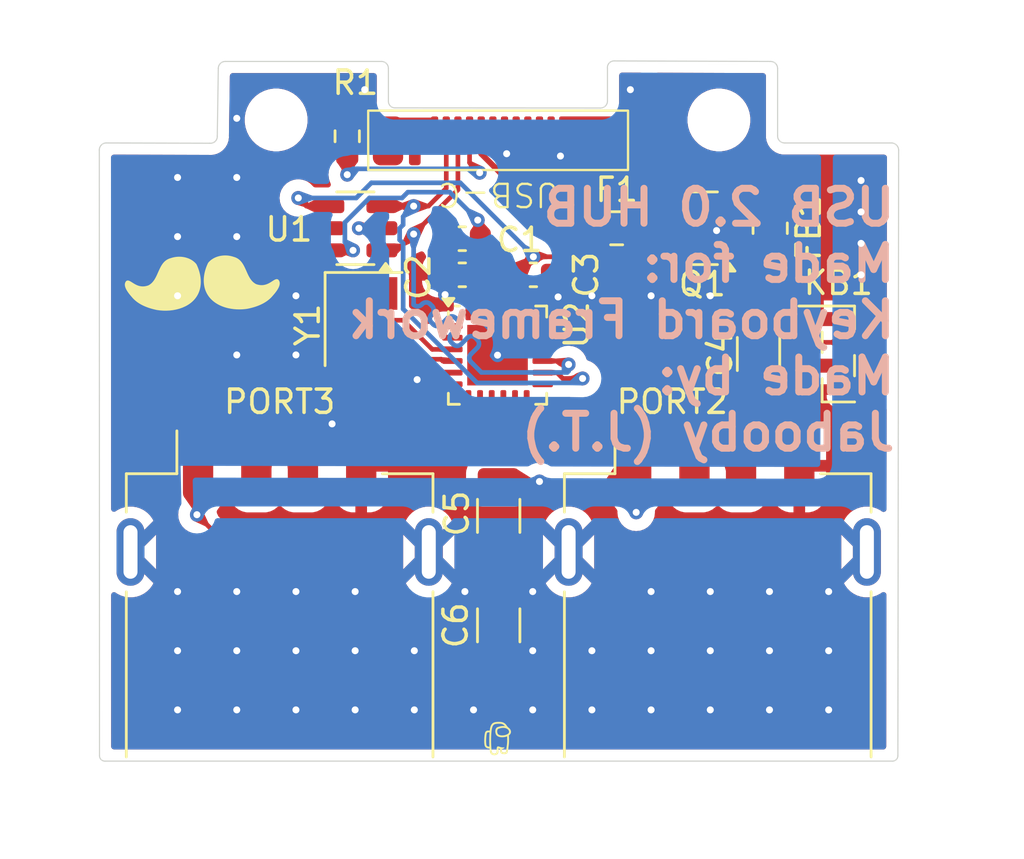
<source format=kicad_pcb>
(kicad_pcb (version 20240108) (generator "pcbnew") (generator_version "8.0")
  (layers (0 "F.Cu" signal) (31 "B.Cu" signal) (34 "B.Paste" user) (35 "F.Paste" user) (36 "B.SilkS" user "B.Silkscreen") (37 "F.SilkS" user "F.Silkscreen") (38 "B.Mask" user) (39 "F.Mask" user) (44 "Edge.Cuts" user))
  (net 0 "")
  (net 1 "GND")
  (net 2 "+3V3")
  (net 3 "+5V")
  (net 4 "Net-(Q1-D)")
  (net 5 "VBUS")
  (net 6 "Net-(Q1-S)")
  (net 7 "/KB-")
  (net 8 "/KB+")
  (net 9 "/D2-")
  (net 10 "/D2+")
  (net 11 "/D3+")
  (net 12 "/D3-")
  (net 13 "/D+")
  (net 14 "Net-(P1-CC)")
  (net 15 "/D-")
  (net 23 "Net-(U2-X_{OUT})")
  (net 24 "Net-(U2-X_{IN})")
  (footprint "Resistor_SMD:R_0603_1608Metric" (layer "F.Cu") (at 85.1 43.5 90)
    (property "Reference" "R1")
    (property "Value" "5.1k")
  )
  (footprint "Capacitor_SMD:C_0603_1608Metric" (layer "F.Cu") (at 90.0375 47.9 180)
    (property "Reference" "C1")
    (property "Value" "10µF")
  )
  (footprint "Package_TO_SOT_SMD:SOT-23" (layer "F.Cu") (at 100.3375 47.45 180)
    (property "Reference" "Q1")
    (property "Value" "AO3401A")
  )
  (footprint "Capacitor_SMD:C_1206_3216Metric" (layer "F.Cu") (at 91.6 64.5 90)
    (property "Reference" "C6")
    (property "Value" "100µF")
  )
  (footprint "Package_DFN_QFN:HVQFN-24-1EP_4x4mm_P0.5mm_EP2.6x2.6mm" (layer "F.Cu") (at 91.55 52.9)
    (property "Reference" "U2")
    (property "Value" "~")
  )
  (footprint "Connector_PinHeader_1.00mm:PinHeader_1x04_P1.00mm_Vertical_SMD_Pin1Left" (layer "F.Cu") (at 106.175 52.85)
    (property "Reference" "KB1")
    (property "Value" "Keyboard pin header")
  )
  (footprint "Fuse:Fuse_0805_2012Metric" (layer "F.Cu") (at 96.6625 47.45)
    (property "Reference" "F1")
    (property "Value" "SMD0805B110TF")
  )
  (footprint "Resistor_SMD:R_0805_2012Metric_Pad1.20x1.40mm_HandSolder" (layer "F.Cu") (at 103.25 47.45 -90)
    (property "Reference" "FB1")
    (property "Value" "600 @ 100MHz")
  )
  (footprint "Capacitor_SMD:C_0603_1608Metric" (layer "F.Cu") (at 93.0875 49.45)
    (property "Reference" "C3")
    (property "Value" "10µF")
  )
  (footprint "Crystal:Crystal_SMD_3225-4Pin_3.2x2.5mm" (layer "F.Cu") (at 85.8 51.35 -90)
    (property "Reference" "Y1")
    (property "Value" "12MHz")
  )
  (footprint "Connector_USB:USB_A_Receptacle_GCT_USB1046" (layer "F.Cu") (at 82.2 64.9)
    (property "Reference" "PORT3")
    (property "Value" "USB_A")
  )
  (footprint "Connector_USB:USB_A_Receptacle_GCT_USB1046" (layer "F.Cu") (at 101 64.9)
    (property "Reference" "PORT2")
    (property "Value" "USB_A")
  )
  (footprint "Package_TO_SOT_SMD:SOT-23-6" (layer "F.Cu") (at 85.45 47.45 180)
    (property "Reference" "U1")
    (property "Value" "SRV05-4")
  )
  (footprint "MountingHole:MountingHole_2.2mm_M2" (layer "F.Cu") (at 82.05 42.8)
    (property "Reference" "H1" (hide yes))
    (property "Value" "MountingHole")
  )
  (footprint "Capacitor_SMD:C_1206_3216Metric" (layer "F.Cu") (at 102.75 52.85 -90)
    (property "Reference" "C4")
    (property "Value" "100µF")
  )
  (footprint "MountingHole:MountingHole_2.2mm_M2" (layer "F.Cu") (at 101.05 42.8)
    (property "Reference" "H2" (hide yes))
    (property "Value" "MountingHole")
  )
  (footprint "JT_USB_C_PLUG2-0:UP20-C-F-G-FL-1-P12-TR" (layer "F.Cu") (at 91.6 43.5 180)
    (property "Reference" "USB-C")
    (property "Value" "USB_C_Plug_USB2.0")
  )
  (footprint "Capacitor_SMD:C_0603_1608Metric" (layer "F.Cu") (at 90.0375 49.45 180)
    (property "Reference" "C2")
    (property "Value" "1µF")
  )
  (footprint "Capacitor_SMD:C_1206_3216Metric" (layer "F.Cu") (at 91.6 59.8 -90)
    (property "Reference" "C5")
    (property "Value" "100µF")
  )
  (gr_rect (start 86.8 42.75) (end 88.85 43.7) (stroke (width 0.1)) (fill solid) (layer "F.Cu") (net 1))
  (gr_rect (start 94.325 42.7) (end 96.375 43.65) (stroke (width 0.1)) (fill solid) (layer "F.Cu") (net 1))
  (gr_poly (pts (xy 79.935004 48.619507) (xy 80.0099 48.626658) (xy 80.083656 48.638728) (xy 80.155772 48.655659) (xy 80.22575 48.677395) (xy 80.278372 48.69335) (xy 80.327248 48.712731) (xy 80.372605 48.73533) (xy 80.414672 48.760936) (xy 80.45368 48.789341) (xy 80.489858 48.820335) (xy 80.523435 48.853708) (xy 80.554638 48.88925) (xy 80.583698 48.926752) (xy 80.610844 48.966003) (xy 80.660308 49.048919) (xy 80.704863 49.136321) (xy 80.746342 49.226529) (xy 80.827402 49.408661) (xy 80.870648 49.49723) (xy 80.918148 49.581898) (xy 80.944065 49.622246) (xy 80.971734 49.660989) (xy 81.001382 49.697918) (xy 81.033239 49.732825) (xy 81.067534 49.765498) (xy 81.104497 49.795728) (xy 81.144355 49.823304) (xy 81.187338 49.848021) (xy 81.213625 49.857099) (xy 81.239431 49.865065) (xy 81.264758 49.871954) (xy 81.289616 49.8778) (xy 81.314009 49.882641) (xy 81.337945 49.886511) (xy 81.361429 49.889448) (xy 81.38447 49.891487) (xy 81.407071 49.892663) (xy 81.429242 49.893014) (xy 81.450986 49.892575) (xy 81.472313 49.89138) (xy 81.493227 49.889468) (xy 81.513736 49.886873) (xy 81.553561 49.879779) (xy 81.591841 49.870386) (xy 81.628629 49.858981) (xy 81.663974 49.845853) (xy 81.697929 49.831287) (xy 81.730548 49.815572) (xy 81.761879 49.798998) (xy 81.791977 49.781846) (xy 81.820892 49.764407) (xy 81.917724 49.702147) (xy 81.939918 49.68836) (xy 81.961372 49.675708) (xy 81.98212 49.664405) (xy 82.002194 49.65466) (xy 82.011989 49.650439) (xy 82.021628 49.646687) (xy 82.031115 49.643431) (xy 82.040454 49.640698) (xy 82.049649 49.638512) (xy 82.058704 49.636903) (xy 82.067625 49.635894) (xy 82.076414 49.635515) (xy 82.085075 49.63579) (xy 82.093614 49.636747) (xy 82.102034 49.638412) (xy 82.110339 49.64081) (xy 82.118534 49.64397) (xy 82.126621 49.647917) (xy 82.134606 49.652678) (xy 82.142493 49.658278) (xy 82.159899 49.678921) (xy 82.174221 49.700402) (xy 82.185594 49.722656) (xy 82.194157 49.745619) (xy 82.200045 49.769226) (xy 82.203398 49.79341) (xy 82.204352 49.818104) (xy 82.203044 49.843247) (xy 82.199612 49.868771) (xy 82.194191 49.894612) (xy 82.186921 49.920705) (xy 82.177939 49.946982) (xy 82.167379 49.973379) (xy 82.155381 49.999832) (xy 82.127619 50.052639) (xy 82.095749 50.104881) (xy 82.060868 50.156035) (xy 82.024075 50.205578) (xy 81.986466 50.252987) (xy 81.913195 50.33931) (xy 81.849836 50.410822) (xy 81.798425 50.46168) (xy 81.744424 50.509401) (xy 81.688028 50.554087) (xy 81.629439 50.595844) (xy 81.568852 50.634773) (xy 81.506464 50.67098) (xy 81.442475 50.704568) (xy 81.377082 50.73564) (xy 81.310484 50.764299) (xy 81.242877 50.790651) (xy 81.174459 50.814798) (xy 81.10543 50.836843) (xy 81.035986 50.856892) (xy 80.966325 50.875046) (xy 80.896645 50.891411) (xy 80.827145 50.906088) (xy 80.783433 50.912871) (xy 80.739157 50.918751) (xy 80.694352 50.923726) (xy 80.649058 50.927797) (xy 80.603312 50.930962) (xy 80.55715 50.933223) (xy 80.510613 50.93458) (xy 80.463735 50.935033) (xy 80.346992 50.931953) (xy 80.230022 50.922608) (xy 80.11358 50.906837) (xy 79.998419 50.884481) (xy 79.941555 50.870783) (xy 79.885294 50.855378) (xy 79.829729 50.838247) (xy 79.774956 50.819369) (xy 79.72107 50.798725) (xy 79.668163 50.776293) (xy 79.616329 50.752056) (xy 79.565665 50.725991) (xy 79.516263 50.698081) (xy 79.468218 50.668303) (xy 79.421623 50.636638) (xy 79.376574 50.603067) (xy 79.333164 50.567568) (xy 79.291487 50.530124) (xy 79.251639 50.490712) (xy 79.213712 50.449315) (xy 79.177802 50.405908) (xy 79.144003 50.360477) (xy 79.112408 50.312997) (xy 79.083112 50.263451) (xy 79.05621 50.211819) (xy 79.031794 50.158078) (xy 79.009961 50.102211) (xy 78.990803 50.044197) (xy 78.973065 49.97503) (xy 78.959547 49.905117) (xy 78.950101 49.834621) (xy 78.944573 49.763703) (xy 78.942814 49.692519) (xy 78.944674 49.621231) (xy 78.95 49.55) (xy 78.958643 49.478985) (xy 78.970452 49.408348) (xy 78.985276 49.338247) (xy 79.002964 49.268845) (xy 79.023365 49.200298) (xy 79.046329 49.13277) (xy 79.071706 49.06642) (xy 79.099344 49.001407) (xy 79.129091 48.937892) (xy 79.153267 48.90905) (xy 79.178718 48.881615) (xy 79.205382 48.855579) (xy 79.233197 48.830935) (xy 79.2621 48.807676) (xy 79.292029 48.785794) (xy 79.354715 48.746137) (xy 79.420754 48.711908) (xy 79.489649 48.683049) (xy 79.560899 48.659503) (xy 79.634005 48.641215) (xy 79.708468 48.628128) (xy 79.783789 48.620185) (xy 79.859467 48.61733)) (fill solid) (layer "F.SilkS"))
  (gr_poly (pts (xy 77.974282 48.675027) (xy 78.049624 48.68307) (xy 78.124091 48.696289) (xy 78.1972 48.714748) (xy 78.268472 48.738506) (xy 78.303269 48.752392) (xy 78.337425 48.767625) (xy 78.370884 48.784214) (xy 78.403582 48.802167) (xy 78.43546 48.82149) (xy 78.466459 48.842192) (xy 78.496517 48.86428) (xy 78.525576 48.887762) (xy 78.553575 48.912645) (xy 78.580454 48.938938) (xy 78.606153 48.966646) (xy 78.630612 48.99578) (xy 78.66036 49.059295) (xy 78.687998 49.124307) (xy 78.713374 49.190658) (xy 78.736339 49.258187) (xy 78.75674 49.326732) (xy 78.774428 49.396136) (xy 78.789251 49.466237) (xy 78.80106 49.536875) (xy 78.809703 49.607889) (xy 78.81503 49.679119) (xy 78.816889 49.750407) (xy 78.81513 49.821589) (xy 78.809603 49.892509) (xy 78.800155 49.963006) (xy 78.786638 50.032917) (xy 78.7689 50.102085) (xy 78.745532 50.17138) (xy 78.718351 50.237581) (xy 78.687517 50.300726) (xy 78.653193 50.360848) (xy 78.615541 50.417984) (xy 78.574722 50.472169) (xy 78.530899 50.523436) (xy 78.484233 50.571824) (xy 78.434887 50.617366) (xy 78.383023 50.660098) (xy 78.328801 50.700054) (xy 78.272385 50.737272) (xy 78.213936 50.771787) (xy 78.153616 50.803631) (xy 78.028012 50.859456) (xy 77.896868 50.905029) (xy 77.761479 50.940635) (xy 77.623141 50.966555) (xy 77.48315 50.983071) (xy 77.3428 50.990468) (xy 77.203388 50.989026) (xy 77.066209 50.979029) (xy 76.932559 50.96076) (xy 76.862527 50.945552) (xy 76.792455 50.928794) (xy 76.722523 50.910369) (xy 76.652917 50.890159) (xy 76.583818 50.868045) (xy 76.515413 50.843909) (xy 76.447884 50.817636) (xy 76.381415 50.789105) (xy 76.31619 50.758201) (xy 76.252391 50.724804) (xy 76.190204 50.688798) (xy 76.129812 50.650063) (xy 76.071399 50.608483) (xy 76.015148 50.56394) (xy 75.961243 50.516317) (xy 75.909867 50.465495) (xy 75.847564 50.394912) (xy 75.775046 50.309066) (xy 75.737702 50.261773) (xy 75.701097 50.21229) (xy 75.666329 50.161159) (xy 75.634497 50.108919) (xy 75.606696 50.056115) (xy 75.594651 50.02967) (xy 75.584026 50.003287) (xy 75.574958 49.977034) (xy 75.567585 49.950977) (xy 75.562042 49.925187) (xy 75.558468 49.899728) (xy 75.557 49.87467) (xy 75.557775 49.85008) (xy 75.56093 49.826027) (xy 75.566602 49.802578) (xy 75.574929 49.779799) (xy 75.586048 49.757759) (xy 75.600096 49.736526) (xy 75.61721 49.716167) (xy 75.633979 49.705375) (xy 75.65115 49.698158) (xy 75.668765 49.694265) (xy 75.68687 49.693447) (xy 75.705507 49.695454) (xy 75.724719 49.700034) (xy 75.744551 49.706937) (xy 75.765047 49.715915) (xy 75.808201 49.73909) (xy 75.854529 49.767553) (xy 75.958108 49.832342) (xy 76.016054 49.864665) (xy 76.07857 49.89427) (xy 76.11165 49.907427) (xy 76.146004 49.919153) (xy 76.181674 49.9292) (xy 76.218705 49.937315) (xy 76.25714 49.943249) (xy 76.297021 49.946752) (xy 76.338394 49.947573) (xy 76.381302 49.945462) (xy 76.425787 49.940169) (xy 76.471895 49.931443) (xy 76.519667 49.919034) (xy 76.569149 49.902693) (xy 76.612142 49.877967) (xy 76.652026 49.850363) (xy 76.68903 49.820091) (xy 76.72338 49.787364) (xy 76.755304 49.752392) (xy 76.785029 49.715386) (xy 76.812783 49.676557) (xy 76.838791 49.636118) (xy 76.886487 49.551254) (xy 76.929933 49.462485) (xy 77.011351 49.279995) (xy 77.05296 49.189657) (xy 77.097592 49.102179) (xy 77.121612 49.060041) (xy 77.147069 49.019251) (xy 77.174191 48.980023) (xy 77.203207 48.942565) (xy 77.234341 48.907092) (xy 77.267823 48.873813) (xy 77.30388 48.84294) (xy 77.342737 48.814685) (xy 77.384625 48.789259) (xy 77.42977 48.766873) (xy 77.478397 48.747739) (xy 77.530736 48.732067) (xy 77.601245 48.710332) (xy 77.673761 48.693407) (xy 77.747803 48.681352) (xy 77.822891 48.67423) (xy 77.898544 48.672101)) (fill solid) (layer "F.SilkS"))
  (gr_poly (pts (xy 91.630674 68.643809) (xy 91.659426 68.64502) (xy 91.688168 68.64707) (xy 91.701496 68.648427) (xy 91.71472 68.650274) (xy 91.727826 68.65261) (xy 91.7408 68.655434) (xy 91.753628 68.658746) (xy 91.766295 68.662544) (xy 91.778788 68.666828) (xy 91.791091 68.671597) (xy 91.803191 68.676849) (xy 91.815073 68.682584) (xy 91.826723 68.688801) (xy 91.838127 68.695499) (xy 91.849271 68.702676) (xy 91.86014 68.710333) (xy 91.87072 68.718468) (xy 91.880996 68.72708) (xy 91.888854 68.734267) (xy 91.896345 68.741757) (xy 91.903511 68.749512) (xy 91.910398 68.757497) (xy 91.917049 68.765677) (xy 91.923509 68.774017) (xy 91.93603 68.79103) (xy 91.960709 68.825396) (xy 91.96706 68.83385) (xy 91.973572 68.842178) (xy 91.980288 68.850345) (xy 91.987253 68.858313) (xy 91.994888 68.866413) (xy 92.002684 68.874097) (xy 92.010599 68.881444) (xy 92.01859 68.888535) (xy 92.050462 68.91594) (xy 92.058195 68.92295) (xy 92.065749 68.930185) (xy 92.073082 68.937723) (xy 92.080151 68.945646) (xy 92.086914 68.954032) (xy 92.090167 68.958424) (xy 92.093328 68.962962) (xy 92.096391 68.967656) (xy 92.099351 68.972516) (xy 92.102202 68.977552) (xy 92.10494 68.982773) (xy 92.108767 68.990776) (xy 92.112231 68.998785) (xy 92.115335 69.006795) (xy 92.118078 69.014802) (xy 92.120462 69.022798) (xy 92.122488 69.030779) (xy 92.124158 69.03874) (xy 92.125471 69.046674) (xy 92.12643 69.054576) (xy 92.127035 69.06244) (xy 92.127288 69.070262) (xy 92.127189 69.078034) (xy 92.12674 69.085753) (xy 92.125942 69.093413) (xy 92.124795 69.101007) (xy 92.123302 69.10853) (xy 92.121462 69.115977) (xy 92.119277 69.123342) (xy 92.116749 69.13062) (xy 92.113877 69.137805) (xy 92.110665 69.144891) (xy 92.107111 69.151874) (xy 92.103218 69.158747) (xy 92.098986 69.165505) (xy 92.094418 69.172142) (xy 92.089512 69.178653) (xy 92.084272 69.185032) (xy 92.078698 69.191275) (xy 92.07279 69.197374) (xy 92.066551 69.203325) (xy 92.059981 69.209122) (xy 92.053081 69.21476) (xy 92.051106 69.216384) (xy 92.049304 69.218006) (xy 92.047671 69.219635) (xy 92.046202 69.221279) (xy 92.044891 69.222946) (xy 92.043735 69.224646) (xy 92.042727 69.226386) (xy 92.041863 69.228174) (xy 92.041138 69.23002) (xy 92.040546 69.231931) (xy 92.040084 69.233916) (xy 92.039746 69.235983) (xy 92.039527 69.238141) (xy 92.039422 69.240397) (xy 92.039426 69.242761) (xy 92.039534 69.24524) (xy 92.041263 69.275879) (xy 92.042646 69.306518) (xy 92.044429 69.367795) (xy 92.044982 69.429073) (xy 92.044403 69.49035) (xy 92.043649 69.514928) (xy 92.042379 69.539453) (xy 92.040652 69.563934) (xy 92.038529 69.588378) (xy 92.036068 69.612792) (xy 92.03333 69.637184) (xy 92.027258 69.68593) (xy 92.021606 69.728822) (xy 92.015696 69.771734) (xy 92.009428 69.814607) (xy 92.002705 69.85738) (xy 91.995217 69.902042) (xy 91.991304 69.924353) (xy 91.987253 69.946703) (xy 91.985075 69.956176) (xy 91.982178 69.964999) (xy 91.978598 69.973192) (xy 91.974372 69.980773) (xy 91.969538 69.987761) (xy 91.964133 69.994174) (xy 91.958193 70.00003) (xy 91.951756 70.005348) (xy 91.944858 70.010147) (xy 91.937537 70.014444) (xy 91.929829 70.018258) (xy 91.921772 70.021609) (xy 91.913403 70.024513) (xy 91.904758 70.02699) (xy 91.886791 70.030735) (xy 91.868166 70.032992) (xy 91.84918 70.033908) (xy 91.830128 70.033632) (xy 91.811308 70.032309) (xy 91.793015 70.030089) (xy 91.775545 70.027119) (xy 91.759195 70.023545) (xy 91.74426 70.019517) (xy 91.739479 70.01799) (xy 91.734861 70.016309) (xy 91.730402 70.014477) (xy 91.7261 70.012498) (xy 91.721954 70.010374) (xy 91.717961 70.00811) (xy 91.714119 70.005708) (xy 91.710426 70.003172) (xy 91.70688 70.000505) (xy 91.703479 69.997711) (xy 91.697103 69.991753) (xy 91.691282 69.985325) (xy 91.685998 69.978453) (xy 91.681235 69.971165) (xy 91.676977 69.963487) (xy 91.673206 69.955446) (xy 91.669905 69.947067) (xy 91.667058 69.938379) (xy 91.664649 69.929407) (xy 91.66266 69.920179) (xy 91.661075 69.91072) (xy 91.659922 69.901274) (xy 91.659113 69.891826) (xy 91.658578 69.882372) (xy 91.658244 69.872911) (xy 91.657476 69.834943) (xy 91.657101 69.828086) (xy 91.65644 69.822143) (xy 91.655996 69.819488) (xy 91.655474 69.817031) (xy 91.654871 69.814762) (xy 91.654185 69.812669) (xy 91.653414 69.810742) (xy 91.652556 69.808972) (xy 91.651607 69.807348) (xy 91.650567 69.805859) (xy 91.649432 69.804495) (xy 91.6482 69.803246) (xy 91.64687 69.802101) (xy 91.645438 69.80105) (xy 91.643902 69.800083) (xy 91.642261 69.79919) (xy 91.638652 69.797581) (xy 91.634591 69.796142) (xy 91.630062 69.79479) (xy 91.606888 69.788588) (xy 91.603262 69.787561) (xy 91.601798 69.787188) (xy 91.600541 69.786922) (xy 91.599985 69.786832) (xy 91.599475 69.786775) (xy 91.599007 69.786749) (xy 91.59858 69.786758) (xy 91.598191 69.786802) (xy 91.597838 69.786882) (xy 91.597518 69.787001) (xy 91.597231 69.78716) (xy 91.596972 69.787359) (xy 91.59674 69.787601) (xy 91.596533 69.787886) (xy 91.596348 69.788216) (xy 91.596183 69.788593) (xy 91.596036 69.789018) (xy 91.595904 69.789492) (xy 91.595785 69.790017) (xy 91.595578 69.791224) (xy 91.595396 69.792651) (xy 91.595035 69.796208) (xy 91.592495 69.927653) (xy 91.59178 69.93508) (xy 91.590893 69.942429) (xy 91.589818 69.949687) (xy 91.588536 69.95684) (xy 91.587029 69.963876) (xy 91.58528 69.97078) (xy 91.583271 69.97754) (xy 91.580985 69.984142) (xy 91.578404 69.990573) (xy 91.57551 69.996819) (xy 91.572285 70.002868) (xy 91.568712 70.008705) (xy 91.564773 70.014318) (xy 91.560451 70.019693) (xy 91.555727 70.024817) (xy 91.550585 70.029677) (xy 91.541942 70.036886) (xy 91.532979 70.04355) (xy 91.523721 70.04967) (xy 91.514195 70.055245) (xy 91.504428 70.060276) (xy 91.494446 70.064763) (xy 91.484275 70.068705) (xy 91.473941 70.072103) (xy 91.463472 70.074956) (xy 91.452894 70.077264) (xy 91.442233 70.079029) (xy 91.431515 70.080248) (xy 91.420767 70.080924) (xy 91.410015 70.081055) (xy 91.399286 70.080641) (xy 91.388607 70.079683) (xy 91.378003 70.07818) (xy 91.367501 70.076133) (xy 91.357128 70.073542) (xy 91.346909 70.070406) (xy 91.336872 70.066726) (xy 91.327043 70.062501) (xy 91.317448 70.057731) (xy 91.308114 70.052418) (xy 91.299067 70.046559) (xy 91.290333 70.040157) (xy 91.28194 70.033209) (xy 91.273912 70.025718) (xy 91.266278 70.017682) (xy 91.259063 70.009101) (xy 91.252294 69.999976) (xy 91.245996 69.990307) (xy 91.243705 69.986309) (xy 91.241586 69.982255) (xy 91.239628 69.978149) (xy 91.237821 69.973995) (xy 91.236152 69.969796) (xy 91.234611 69.965557) (xy 91.233187 69.96128) (xy 91.231868 69.956969) (xy 91.229501 69.948263) (xy 91.227423 69.939467) (xy 91.225542 69.930612) (xy 91.223771 69.921727) (xy 91.220857 69.906388) (xy 91.218278 69.891012) (xy 91.215991 69.875601) (xy 91.213955 69.860158) (xy 91.212128 69.844685) (xy 91.210466 69.829185) (xy 91.207473 69.798113) (xy 91.207336 69.796827) (xy 91.207159 69.795665) (xy 91.206937 69.79462) (xy 91.206808 69.794141) (xy 91.206666 69.793688) (xy 91.20651 69.793262) (xy 91.20634 69.792862) (xy 91.206155 69.792488) (xy 91.205955 69.792138) (xy 91.205738 69.791812) (xy 91.205505 69.791509) (xy 91.205254 69.791228) (xy 91.204986 69.790969) (xy 91.204699 69.790732) (xy 91.204392 69.790515) (xy 91.204066 69.790317) (xy 91.203719 69.790138) (xy 91.203351 69.789978) (xy 91.202962 69.789836) (xy 91.20255 69.78971) (xy 91.202115 69.7896) (xy 91.201657 69.789506) (xy 91.201174 69.789427) (xy 91.200134 69.78931) (xy 91.19899 69.789244) (xy 91.197736 69.789223) (xy 91.18601 69.789073) (xy 91.174334 69.788456) (xy 91.168517 69.78797) (xy 91.162717 69.787363) (xy 91.156934 69.786635) (xy 91.15117 69.785784) (xy 91.145425 69.784809) (xy 91.139702 69.783708) (xy 91.134 69.782482) (xy 91.128323 69.781127) (xy 91.12267 69.779643) (xy 91.117043 69.77803) (xy 91.111444 69.776284) (xy 91.105873 69.774407) (xy 91.094709 69.770206) (xy 91.08408 69.765539) (xy 91.07399 69.760399) (xy 91.064443 69.754781) (xy 91.055442 69.748679) (xy 91.046993 69.742089) (xy 91.039098 69.735003) (xy 91.031763 69.727417) (xy 91.024991 69.719324) (xy 91.018786 69.710721) (xy 91.013152 69.7016) (xy 91.008093 69.691956) (xy 91.003613 69.681784) (xy 90.999717 69.671078) (xy 90.996408 69.659832) (xy 90.99369 69.648042) (xy 90.988937 69.621819) (xy 90.98524 69.595542) (xy 90.982479 69.569215) (xy 90.98054 69.542843) (xy 90.979305 69.516432) (xy 90.978658 69.489986) (xy 90.978592 69.479978) (xy 91.060365 69.479978) (xy 91.060624 69.49855) (xy 91.061132 69.517113) (xy 91.061957 69.535655) (xy 91.063169 69.554167) (xy 91.064838 69.57264) (xy 91.067032 69.591064) (xy 91.069822 69.609427) (xy 91.073276 69.627722) (xy 91.074858 69.63523) (xy 91.075731 69.638947) (xy 91.076683 69.642628) (xy 91.077731 69.646262) (xy 91.078895 69.649841) (xy 91.08019 69.653357) (xy 91.081637 69.656799) (xy 91.083252 69.66016) (xy 91.085054 69.66343) (xy 91.087061 69.6666) (xy 91.08929 69.669661) (xy 91.090494 69.671148) (xy 91.09176 69.672605) (xy 91.093091 69.67403) (xy 91.094488 69.675421) (xy 91.095955 69.676779) (xy 91.097493 69.678102) (xy 91.099105 69.679389) (xy 91.100793 69.680638) (xy 91.106235 69.684315) (xy 91.111762 69.687655) (xy 91.117372 69.690675) (xy 91.123061 69.693391) (xy 91.128826 69.69582) (xy 91.134663 69.697977) (xy 91.140568 69.699878) (xy 91.146539 69.70154) (xy 91.152573 69.702979) (xy 91.158664 69.704211) (xy 91.164811 69.705252) (xy 91.17101 69.706118) (xy 91.177257 69.706825) (xy 91.183549 69.707389) (xy 91.196255 69.708155) (xy 91.196845 69.708161) (xy 91.197386 69.708141) (xy 91.19788 69.708096) (xy 91.198329 69.708027) (xy 91.198735 69.707935) (xy 91.1991 69.707821) (xy 91.199426 69.707685) (xy 91.199714 69.70753) (xy 91.199967 69.707356) (xy 91.200187 69.707164) (xy 91.200375 69.706955) (xy 91.200533 69.70673) (xy 91.200664 69.706491) (xy 91.20077 69.706237) (xy 91.200851 69.705972) (xy 91.200911 69.705694) (xy 91.200951 69.705406) (xy 91.200973 69.705109) (xy 91.200972 69.70449) (xy 91.200922 69.703846) (xy 91.200839 69.703184) (xy 91.200636 69.701843) (xy 91.200547 69.701181) (xy 91.200488 69.700535) (xy 91.197141 69.626045) (xy 91.194985 69.551495) (xy 91.19394 69.476906) (xy 91.193934 69.446779) (xy 91.274598 69.446779) (xy 91.275418 69.531942) (xy 91.277826 69.617105) (xy 91.279675 69.659674) (xy 91.28198 69.702228) (xy 91.285128 69.75238) (xy 91.287025 69.777431) (xy 91.289229 69.802452) (xy 91.291811 69.827434) (xy 91.294838 69.852366) (xy 91.298382 69.877238) (xy 91.302511 69.902041) (xy 91.304727 69.915208) (xy 91.305927 69.921802) (xy 91.306613 69.925073) (xy 91.30738 69.928314) (xy 91.308246 69.931519) (xy 91.309229 69.934678) (xy 91.310348 69.937783) (xy 91.31162 69.940826) (xy 91.313063 69.943798) (xy 91.314695 69.946691) (xy 91.316534 69.949497) (xy 91.318598 69.952206) (xy 91.322845 69.957163) (xy 91.327284 69.961905) (xy 91.331907 69.966426) (xy 91.336702 69.970714) (xy 91.341662 69.974763) (xy 91.346775 69.978561) (xy 91.352033 69.982102) (xy 91.357426 69.985375) (xy 91.362944 69.988372) (xy 91.368577 69.991084) (xy 91.374317 69.993501) (xy 91.380153 69.995616) (xy 91.386076 69.997418) (xy 91.392077 69.998899) (xy 91.398144 70.000051) (xy 91.40427 70.000863) (xy 91.410444 70.001328) (xy 91.416657 70.001435) (xy 91.422899 70.001177) (xy 91.429161 70.000544) (xy 91.435432 69.999528) (xy 91.441704 69.998119) (xy 91.447967 69.996308) (xy 91.45421 69.994087) (xy 91.460425 69.991446) (xy 91.466602 69.988376) (xy 91.472731 69.98487) (xy 91.478803 69.980917) (xy 91.484808 69.976508) (xy 91.490736 69.971635) (xy 91.496578 69.966289) (xy 91.502325 69.960461) (xy 91.502788 69.959943) (xy 91.503227 69.959418) (xy 91.503639 69.958886) (xy 91.504025 69.958345) (xy 91.504383 69.957794) (xy 91.504713 69.957232) (xy 91.505015 69.956657) (xy 91.505288 69.956069) (xy 91.505531 69.955466) (xy 91.505744 69.954847) (xy 91.505925 69.954211) (xy 91.506075 69.953556) (xy 91.506193 69.952881) (xy 91.506278 69.952185) (xy 91.506329 69.951467) (xy 91.506346 69.950725) (xy 91.506611 69.921356) (xy 91.507352 69.891987) (xy 91.50849 69.862619) (xy 91.509945 69.83325) (xy 91.511334 69.810843) (xy 91.512207 69.799641) (xy 91.513278 69.788456) (xy 91.514608 69.777301) (xy 91.516255 69.766188) (xy 91.518279 69.755129) (xy 91.52074 69.744138) (xy 91.521702 69.740446) (xy 91.522769 69.736838) (xy 91.523954 69.733322) (xy 91.525267 69.729907) (xy 91.526721 69.726603) (xy 91.528326 69.723418) (xy 91.530095 69.720361) (xy 91.532037 69.717442) (xy 91.533078 69.716036) (xy 91.534166 69.714669) (xy 91.535304 69.71334) (xy 91.536493 69.712051) (xy 91.537734 69.710804) (xy 91.539028 69.709598) (xy 91.540378 69.708436) (xy 91.541784 69.707318) (xy 91.543248 69.706246) (xy 91.544772 69.70522) (xy 91.546356 69.704243) (xy 91.548003 69.703314) (xy 91.549713 69.702436) (xy 91.551489 69.701608) (xy 91.553331 69.700833) (xy 91.555241 69.700111) (xy 91.558057 69.69921) (xy 91.560867 69.698482) (xy 91.563671 69.69792) (xy 91.56647 69.697515) (xy 91.569262 69.697258) (xy 91.572048 69.697139) (xy 91.574827 69.697149) (xy 91.577599 69.697281) (xy 91.580363 69.697523) (xy 91.58312 69.697869) (xy 91.585868 69.698308) (xy 91.588609 69.698832) (xy 91.59134 69.699431) (xy 91.594063 69.700097) (xy 91.59948 69.701593) (xy 91.619925 69.707626) (xy 91.640331 69.713817) (xy 91.660737 69.719929) (xy 91.670953 69.722881) (xy 91.681183 69.725723) (xy 91.701747 69.731074) (xy 91.722342 69.735787) (xy 91.732662 69.737799) (xy 91.743002 69.739523) (xy 91.753367 69.740919) (xy 91.763759 69.741942) (xy 91.774184 69.742552) (xy 91.784645 69.742704) (xy 91.795147 69.742358) (xy 91.805693 69.741469) (xy 91.816287 69.739997) (xy 91.826933 69.737898) (xy 91.837636 69.73513) (xy 91.8484 69.73165) (xy 91.847405 69.735212) (xy 91.846323 69.738677) (xy 91.845153 69.742047) (xy 91.843892 69.745322) (xy 91.842538 69.748506) (xy 91.841088 69.7516) (xy 91.839542 69.754606) (xy 91.837896 69.757526) (xy 91.836148 69.760362) (xy 91.834296 69.763115) (xy 91.832338 69.765787) (xy 91.830272 69.768381) (xy 91.828096 69.770897) (xy 91.825807 69.773339) (xy 91.823404 69.775708) (xy 91.820883 69.778005) (xy 91.817468 69.780804) (xy 91.813972 69.783414) (xy 91.810399 69.785841) (xy 91.806751 69.788095) (xy 91.803033 69.790185) (xy 91.799247 69.792118) (xy 91.795398 69.793902) (xy 91.791488 69.795547) (xy 91.787521 69.79706) (xy 91.7835 69.79845) (xy 91.779429 69.799726) (xy 91.775312 69.800895) (xy 91.771151 69.801966) (xy 91.76695 69.802947) (xy 91.758441 69.804675) (xy 91.753319 69.805683) (xy 91.751225 69.806151) (xy 91.749409 69.806629) (xy 91.748598 69.806882) (xy 91.747848 69.807147) (xy 91.747155 69.807428) (xy 91.746517 69.80773) (xy 91.745929 69.808054) (xy 91.74539 69.808405) (xy 91.744897 69.808785) (xy 91.744445 69.809199) (xy 91.744032 69.80965) (xy 91.743656 69.81014) (xy 91.743312 69.810674) (xy 91.742998 69.811254) (xy 91.742711 69.811885) (xy 91.742448 69.812569) (xy 91.742206 69.81331) (xy 91.741981 69.814111) (xy 91.741572 69.815907) (xy 91.741197 69.817984) (xy 91.740831 69.820369) (xy 91.74045 69.82309) (xy 91.739077 69.835462) (xy 91.738161 69.847815) (xy 91.737741 69.860148) (xy 91.737729 69.866307) (xy 91.737857 69.872461) (xy 91.738128 69.87861) (xy 91.738548 69.884754) (xy 91.739122 69.890893) (xy 91.739854 69.897028) (xy 91.740751 69.903157) (xy 91.741816 69.909281) (xy 91.743054 69.915401) (xy 91.744471 69.921515) (xy 91.744945 69.923249) (xy 91.745493 69.924883) (xy 91.746116 69.926421) (xy 91.746813 69.927865) (xy 91.747584 69.92922) (xy 91.74843 69.930489) (xy 91.74935 69.931677) (xy 91.750345 69.932786) (xy 91.751414 69.933821) (xy 91.752558 69.934785) (xy 91.753776 69.935683) (xy 91.755068 69.936517) (xy 91.756435 69.937291) (xy 91.757876 69.93801) (xy 91.759391 69.938677) (xy 91.760981 69.939295) (xy 91.766557 69.94119) (xy 91.77217 69.94291) (xy 91.777818 69.944456) (xy 91.783497 69.94583) (xy 91.789207 69.947036) (xy 91.794944 69.948076) (xy 91.800706 69.948952) (xy 91.80649 69.949667) (xy 91.817185 69.950714) (xy 91.827842 69.95142) (xy 91.833155 69.951617) (xy 91.838458 69.951698) (xy 91.843751 69.951651) (xy 91.849035 69.951466) (xy 91.854308 69.951132) (xy 91.859572 69.950638) (xy 91.864825 69.949975) (xy 91.870069 69.949131) (xy 91.875303 69.948096) (xy 91.880527 69.94686) (xy 91.885741 69.945411) (xy 91.890945 69.94374) (xy 91.892975 69.942993) (xy 91.894861 69.942177) (xy 91.896609 69.94129) (xy 91.898224 69.940327) (xy 91.899711 69.939285) (xy 91.901076 69.938159) (xy 91.902324 69.936947) (xy 91.903459 69.935644) (xy 91.904488 69.934247) (xy 91.905416 69.932752) (xy 91.906248 69.931155) (xy 91.906988 69.929453) (xy 91.907643 69.927641) (xy 91.908218 69.925717) (xy 91.908718 69.923676) (xy 91.909148 69.921515) (xy 91.916639 69.877502) (xy 91.923832 69.833409) (xy 91.930668 69.789237) (xy 91.937088 69.744985) (xy 91.95 69.65) (xy 91.952905 69.626216) (xy 91.955543 69.602408) (xy 91.957843 69.578569) (xy 91.959736 69.554697) (xy 91.961829 69.519842) (xy 91.963103 69.484972) (xy 91.963673 69.450093) (xy 91.963652 69.415208) (xy 91.962296 69.345444) (xy 91.959948 69.27572) (xy 91.95989 69.274631) (xy 91.959794 69.273662) (xy 91.95973 69.273221) (xy 91.959656 69.27281) (xy 91.95957 69.272427) (xy 91.959472 69.272072) (xy 91.959361 69.271745) (xy 91.959238 69.271445) (xy 91.959101 69.271171) (xy 91.958951 69.270924) (xy 91.958786 69.270703) (xy 91.958607 69.270507) (xy 91.958412 69.270336) (xy 91.958202 69.27019) (xy 91.957975 69.270068) (xy 91.957732 69.26997) (xy 91.957472 69.269895) (xy 91.957195 69.269843) (xy 91.956899 69.269814) (xy 91.956585 69.269807) (xy 91.956252 69.269821) (xy 91.9559 69.269856) (xy 91.955528 69.269912) (xy 91.955135 69.269989) (xy 91.954287 69.270201) (xy 91.953353 69.27049) (xy 91.952328 69.270852) (xy 91.937929 69.276009) (xy 91.923466 69.280765) (xy 91.90894 69.285122) (xy 91.894351 69.289081) (xy 91.8797 69.292644) (xy 91.864988 69.29581) (xy 91.850215 69.298582) (xy 91.835382 69.300961) (xy 91.820489 69.302948) (xy 91.805538 69.304545) (xy 91.790528 69.305752) (xy 91.775461 69.30657) (xy 91.760336 69.307002) (xy 91.745155 69.307048) (xy 91.729918 69.30671) (xy 91.714626 69.305988) (xy 91.69897 69.304801) (xy 91.683438 69.303114) (xy 91.668036 69.300887) (xy 91.652767 69.298077) (xy 91.645184 69.296441) (xy 91.637637 69.294642) (xy 91.630125 69.292677) (xy 91.62265 69.29054) (xy 91.615213 69.288225) (xy 91.607813 69.285728) (xy 91.600452 69.283043) (xy 91.59313 69.280165) (xy 91.583332 69.275943) (xy 91.573794 69.271442) (xy 91.564533 69.266644) (xy 91.555565 69.261535) (xy 91.546908 69.256097) (xy 91.538577 69.250314) (xy 91.530589 69.244169) (xy 91.522962 69.237646) (xy 91.515712 69.230729) (xy 91.508856 69.223402) (xy 91.50241 69.215646) (xy 91.496391 69.207448) (xy 91.490817 69.198789) (xy 91.485703 69.189653) (xy 91.481067 69.180025) (xy 91.476925 69.169887) (xy 91.473924 69.161455) (xy 91.471117 69.152989) (xy 91.468507 69.144488) (xy 91.4661 69.135951) (xy 91.4639 69.127377) (xy 91.461912 69.118768) (xy 91.46014 69.110122) (xy 91.458589 69.101439) (xy 91.457264 69.092719) (xy 91.456169 69.083961) (xy 91.45531 69.075166) (xy 91.45469 69.066332) (xy 91.454314 69.05746) (xy 91.454282 69.055199) (xy 91.535171 69.055199) (xy 91.535571 69.065407) (xy 91.536482 69.075563) (xy 91.537887 69.085667) (xy 91.539769 69.095718) (xy 91.54211 69.105715) (xy 91.544893 69.115657) (xy 91.548102 69.125543) (xy 91.551719 69.135373) (xy 91.555727 69.145145) (xy 91.56011 69.154858) (xy 91.562307 69.159142) (xy 91.564762 69.163189) (xy 91.567458 69.167011) (xy 91.570379 69.170621) (xy 91.57351 69.17403) (xy 91.576834 69.17725) (xy 91.580337 69.180292) (xy 91.584002 69.183169) (xy 91.587813 69.185892) (xy 91.591754 69.188473) (xy 91.595811 69.190924) (xy 91.599966 69.193256) (xy 91.604204 69.195482) (xy 91.60851 69.197612) (xy 91.61726 69.201637) (xy 91.625179 69.204938) (xy 91.633124 69.207943) (xy 91.641075 69.210664) (xy 91.649006 69.213113) (xy 91.656897 69.215301) (xy 91.664725 69.217241) (xy 91.672466 69.218944) (xy 91.680098 69.220422) (xy 91.687599 69.221687) (xy 91.694946 69.22275) (xy 91.702116 69.223623) (xy 91.709087 69.224318) (xy 91.722339 69.225222) (xy 91.734523 69.225555) (xy 91.747874 69.225483) (xy 91.760873 69.225187) (xy 91.77354 69.224665) (xy 91.785895 69.223918) (xy 91.797959 69.222944) (xy 91.809752 69.221741) (xy 91.821294 69.22031) (xy 91.832604 69.218649) (xy 91.843704 69.216758) (xy 91.854613 69.214635) (xy 91.865351 69.212279) (xy 91.87594 69.20969) (xy 91.886397 69.206866) (xy 91.896745 69.203807) (xy 91.907003 69.200512) (xy 91.917191 69.19698) (xy 91.930974 69.191777) (xy 91.937773 69.189007) (xy 91.944503 69.186112) (xy 91.951156 69.183081) (xy 91.957725 69.179902) (xy 91.964203 69.176566) (xy 91.970584 69.173062) (xy 91.976861 69.169379) (xy 91.983027 69.165507) (xy 91.989075 69.161435) (xy 91.994999 69.157154) (xy 92.000791 69.152651) (xy 92.006444 69.147917) (xy 92.011953 69.142941) (xy 92.01731 69.137713) (xy 92.021978 69.132733) (xy 92.02622 69.127635) (xy 92.030037 69.122421) (xy 92.033429 69.117092) (xy 92.036397 69.111651) (xy 92.038942 69.106098) (xy 92.041063 69.100436) (xy 92.042763 69.094666) (xy 92.04404 69.088788) (xy 92.044897 69.082806) (xy 92.045333 69.07672) (xy 92.045349 69.070532) (xy 92.044946 69.064244) (xy 92.044124 69.057857) (xy 92.042885 69.051372) (xy 92.041228 69.044792) (xy 92.038938 69.037032) (xy 92.036282 69.029542) (xy 92.033273 69.022316) (xy 92.02992 69.015347) (xy 92.026237 69.008627) (xy 92.022234 69.002149) (xy 92.017923 68.995906) (xy 92.013315 68.989891) (xy 92.008421 68.984096) (xy 92.003254 68.978516) (xy 91.997825 68.973141) (xy 91.992145 68.967967) (xy 91.986225 68.962984) (xy 91.980078 68.958187) (xy 91.973714 68.953567) (xy 91.967145 68.949118) (xy 91.956748 68.942619) (xy 91.946197 68.936683) (xy 91.935498 68.931291) (xy 91.924656 68.926427) (xy 91.913676 68.922073) (xy 91.902565 68.91821) (xy 91.891325 68.914823) (xy 91.879965 68.911891) (xy 91.868487 68.909399) (xy 91.856898 68.907329) (xy 91.845203 68.905662) (xy 91.833408 68.904381) (xy 91.821517 68.903468) (xy 91.809535 68.902906) (xy 91.797469 68.902677) (xy 91.785323 68.902763) (xy 91.772427 68.90319) (xy 91.75961 68.903983) (xy 91.74687 68.905127) (xy 91.734202 68.906606) (xy 91.721603 68.908406) (xy 91.709067 68.91051) (xy 91.696592 68.912903) (xy 91.684173 68.915569) (xy 91.659487 68.92166) (xy 91.634977 68.928659) (xy 91.610611 68.936442) (xy 91.586356 68.944885) (xy 91.583218 68.94609) (xy 91.580228 68.947405) (xy 91.577382 68.948828) (xy 91.574675 68.950359) (xy 91.572102 68.951997) (xy 91.569658 68.953744) (xy 91.567338 68.955598) (xy 91.565137 68.957559) (xy 91.56305 68.959626) (xy 91.561072 68.9618) (xy 91.559199 68.96408) (xy 91.557424 68.966465) (xy 91.555744 68.968956) (xy 91.554153 68.971552) (xy 91.552647 68.974253) (xy 91.55122 68.977058) (xy 91.549328 68.980908) (xy 91.548407 68.982863) (xy 91.547516 68.984837) (xy 91.546664 68.986831) (xy 91.545862 68.988846) (xy 91.545119 68.990879) (xy 91.544446 68.992933) (xy 91.541425 69.003428) (xy 91.539016 69.013877) (xy 91.537204 69.02428) (xy 91.53597 69.034635) (xy 91.535298 69.044942) (xy 91.535171 69.055199) (xy 91.454282 69.055199) (xy 91.454187 69.048549) (xy 91.454314 69.039599) (xy 91.4547 69.03061) (xy 91.455303 69.02236) (xy 91.456163 69.014202) (xy 91.457285 69.006136) (xy 91.458672 68.998165) (xy 91.460327 68.990292) (xy 91.462256 68.982516) (xy 91.464462 68.974841) (xy 91.46695 68.967269) (xy 91.469722 68.9598) (xy 91.472784 68.952438) (xy 91.476139 68.945184) (xy 91.479792 68.938039) (xy 91.483746 68.931006) (xy 91.488005 68.924086) (xy 91.492574 68.917282) (xy 91.497456 68.910595) (xy 91.499863 68.907502) (xy 91.502325 68.904498) (xy 91.504846 68.901584) (xy 91.507431 68.898765) (xy 91.510086 68.896044) (xy 91.512815 68.893424) (xy 91.515624 68.890909) (xy 91.518517 68.888502) (xy 91.521499 68.886207) (xy 91.524576 68.884027) (xy 91.527752 68.881965) (xy 91.531032 68.880026) (xy 91.534421 68.878211) (xy 91.537924 68.876525) (xy 91.541547 68.874972) (xy 91.545293 68.873553) (xy 91.586753 68.858869) (xy 91.597149 68.855328) (xy 91.607592 68.851914) (xy 91.6181 68.848663) (xy 91.62869 68.845613) (xy 91.652314 68.839473) (xy 91.676043 68.834114) (xy 91.699881 68.829603) (xy 91.723834 68.826008) (xy 91.747905 68.823395) (xy 91.759987 68.822477) (xy 91.7721 68.821831) (xy 91.784246 68.821463) (xy 91.796425 68.821383) (xy 91.808637 68.821599) (xy 91.820883 68.822118) (xy 91.825963 68.822403) (xy 91.831046 68.82277) (xy 91.841229 68.823679) (xy 91.861735 68.825717) (xy 91.861707 68.825346) (xy 91.861666 68.824989) (xy 91.861611 68.824645) (xy 91.861543 68.824312) (xy 91.861462 68.823991) (xy 91.86137 68.823681) (xy 91.861266 68.823381) (xy 91.861152 68.823091) (xy 91.861029 68.82281) (xy 91.860895 68.822538) (xy 91.860753 68.822274) (xy 91.860603 68.822018) (xy 91.860446 68.821769) (xy 91.860282 68.821527) (xy 91.859935 68.82106) (xy 91.859569 68.820613) (xy 91.859188 68.820181) (xy 91.858401 68.819347) (xy 91.857614 68.818522) (xy 91.857233 68.818103) (xy 91.856866 68.817673) (xy 91.847872 68.807817) (xy 91.838591 68.798494) (xy 91.829025 68.789709) (xy 91.819173 68.781472) (xy 91.809037 68.773787) (xy 91.798619 68.766662) (xy 91.787918 68.760105) (xy 91.776936 68.75412) (xy 91.765673 68.748717) (xy 91.754131 68.7439) (xy 91.742311 68.739678) (xy 91.730214 68.736056) (xy 91.717839 68.733042) (xy 91.705189 68.730643) (xy 91.692265 68.728865) (xy 91.679066 68.727715) (xy 91.653887 68.726373) (xy 91.62868 68.725555) (xy 91.603458 68.725308) (xy 91.578234 68.725678) (xy 91.553019 68.726712) (xy 91.527827 68.728459) (xy 91.50267 68.730965) (xy 91.47756 68.734277) (xy 91.465708 68.736378) (xy 91.454285 68.739036) (xy 91.443291 68.742254) (xy 91.432729 68.746037) (xy 91.4226 68.750391) (xy 91.412905 68.755321) (xy 91.403646 68.760831) (xy 91.394824 68.766926) (xy 91.386442 68.773612) (xy 91.3785 68.780893) (xy 91.371 68.788774) (xy 91.363944 68.797261) (xy 91.357334 68.806357) (xy 91.35117 68.816069) (xy 91.345454 68.826401) (xy 91.340188 68.837358) (xy 91.335583 68.848211) (xy 91.331285 68.859176) (xy 91.327285 68.870245) (xy 91.323572 68.881411) (xy 91.320138 68.892666) (xy 91.316971 68.904003) (xy 91.314062 68.915415) (xy 91.311401 68.926893) (xy 91.306875 68.948927) (xy 91.302928 68.971049) (xy 91.299488 68.993244) (xy 91.296479 69.015502) (xy 91.293827 69.037809) (xy 91.291458 69.060154) (xy 91.287271 69.104905) (xy 91.284678 69.136912) (xy 91.282439 69.168954) (xy 91.278937 69.233122) (xy 91.276586 69.297369) (xy 91.275206 69.361656) (xy 91.274598 69.446779) (xy 91.193934 69.446779) (xy 91.193926 69.402297) (xy 91.194247 69.36372) (xy 91.194905 69.325144) (xy 91.195921 69.286568) (xy 91.197313 69.247992) (xy 91.19893 69.212273) (xy 91.200885 69.176554) (xy 91.203117 69.140835) (xy 91.205568 69.105117) (xy 91.205599 69.104261) (xy 91.20561 69.103443) (xy 91.205594 69.102663) (xy 91.205545 69.101925) (xy 91.205506 69.101572) (xy 91.205458 69.10123) (xy 91.205398 69.1009) (xy 91.205326 69.100581) (xy 91.205242 69.100274) (xy 91.205144 69.09998) (xy 91.205033 69.099697) (xy 91.204907 69.099428) (xy 91.204765 69.099172) (xy 91.204607 69.098929) (xy 91.204432 69.098699) (xy 91.204239 69.098483) (xy 91.204028 69.098282) (xy 91.203797 69.098095) (xy 91.203547 69.097922) (xy 91.203276 69.097765) (xy 91.202984 69.097622) (xy 91.202669 69.097495) (xy 91.202332 69.097384) (xy 91.201971 69.097289) (xy 91.201586 69.09721) (xy 91.201175 69.097147) (xy 91.200739 69.097102) (xy 91.200276 69.097073) (xy 91.190515 69.096467) (xy 91.180763 69.095995) (xy 91.171032 69.095771) (xy 91.166176 69.095788) (xy 91.16133 69.095909) (xy 91.156493 69.09615) (xy 91.151667 69.096523) (xy 91.146854 69.097045) (xy 91.142055 69.097728) (xy 91.13727 69.098588) (xy 91.132502 69.099637) (xy 91.127751 69.100892) (xy 91.123018 69.102365) (xy 91.120064 69.103419) (xy 91.117236 69.1046) (xy 91.114534 69.105908) (xy 91.111962 69.107346) (xy 91.109519 69.108915) (xy 91.107209 69.110617) (xy 91.105031 69.112455) (xy 91.102989 69.11443) (xy 91.101083 69.116544) (xy 91.099315 69.118798) (xy 91.097687 69.121195) (xy 91.096199 69.123737) (xy 91.094854 69.126425) (xy 91.093654 69.129261) (xy 91.092599 69.132247) (xy 91.091691 69.135385) (xy 91.087664 69.152251) (xy 91.084118 69.169189) (xy 91.080998 69.186191) (xy 91.07825 69.203251) (xy 91.07582 69.22036) (xy 91.073653 69.237511) (xy 91.06989 69.27191) (xy 91.065871 69.317666) (xy 91.064216 69.340568) (xy 91.062825 69.363482) (xy 91.061723 69.386406) (xy 91.06093 69.409338) (xy 91.06047 69.432274) (xy 91.060365 69.455213) (xy 91.060365 69.479978) (xy 90.978592 69.479978) (xy 90.978482 69.46351) (xy 90.978661 69.43701) (xy 90.979127 69.41304) (xy 90.979888 69.389074) (xy 90.980942 69.365119) (xy 90.982286 69.341178) (xy 90.983918 69.317257) (xy 90.985835 69.293361) (xy 90.988035 69.269495) (xy 90.990515 69.245663) (xy 90.99445 69.21352) (xy 90.996684 69.197514) (xy 90.99914 69.181555) (xy 91.001855 69.165645) (xy 91.004862 69.149788) (xy 91.008196 69.133986) (xy 91.011893 69.11824) (xy 91.014784 69.107982) (xy 91.018212 69.098313) (xy 91.022169 69.089225) (xy 91.026647 69.080706) (xy 91.031637 69.072746) (xy 91.03713 69.065335) (xy 91.04312 69.058464) (xy 91.049596 69.052121) (xy 91.056551 69.046296) (xy 91.063977 69.04098) (xy 91.071864 69.036161) (xy 91.080205 69.03183) (xy 91.088991 69.027977) (xy 91.098215 69.024591) (xy 91.107866 69.021662) (xy 91.117938 69.01918) (xy 91.122766 69.018338) (xy 91.127926 69.017838) (xy 91.133365 69.017629) (xy 91.139029 69.017655) (xy 91.15081 69.018201) (xy 91.162838 69.019048) (xy 91.174677 69.019765) (xy 91.18039 69.019941) (xy 91.185893 69.019924) (xy 91.191132 69.01966) (xy 91.196052 69.019096) (xy 91.2006 69.018178) (xy 91.202718 69.017569) (xy 91.204721 69.016852) (xy 91.206539 69.015991) (xy 91.208224 69.014925) (xy 91.209782 69.013666) (xy 91.211219 69.012225) (xy 91.212541 69.010615) (xy 91.213752 69.008846) (xy 91.214859 69.006931) (xy 91.215867 69.004883) (xy 91.217607 69.000429) (xy 91.219016 68.99558) (xy 91.220139 68.990431) (xy 91.22102 68.985075) (xy 91.224618 68.946155) (xy 91.226673 68.935062) (xy 91.228871 68.924009) (xy 91.231218 68.912996) (xy 91.23372 68.902023) (xy 91.236379 68.891089) (xy 91.239203 68.880194) (xy 91.242195 68.86934) (xy 91.245361 68.858525) (xy 91.250952 68.841288) (xy 91.253968 68.832788) (xy 91.257145 68.824374) (xy 91.260495 68.816052) (xy 91.264028 68.807827) (xy 91.267755 68.799705) (xy 91.271687 68.791691) (xy 91.275835 68.783792) (xy 91.28021 68.776012) (xy 91.284822 68.768358) (xy 91.289682 68.760834) (xy 91.294802 68.753447) (xy 91.300192 68.746202) (xy 91.305862 68.739104) (xy 91.311825 68.73216) (xy 91.319299 68.724186) (xy 91.327035 68.716687) (xy 91.335023 68.709653) (xy 91.343257 68.703072) (xy 91.351729 68.696934) (xy 91.360432 68.691229) (xy 91.369358 68.685944) (xy 91.3785 68.681069) (xy 91.38785 68.676594) (xy 91.397401 68.672507) (xy 91.407145 68.668798) (xy 91.417076 68.665455) (xy 91.427185 68.662469) (xy 91.437465 68.659827) (xy 91.447909 68.65752) (xy 91.45851 68.655537) (xy 91.487113 68.651197) (xy 91.515765 68.647844) (xy 91.544458 68.645454) (xy 91.57318 68.644001) (xy 91.601922 68.643461)) (stroke (width -0.000001)) (fill solid) (layer "F.SilkS"))
  (gr_arc (start 74.7 70.33) (mid 74.537365 70.262635) (end 74.47 70.1) (stroke (width 0.05)) (layer "Edge.Cuts"))
  (gr_line (start 74.47 70.1) (end 74.462116 44.087868) (stroke (width 0.05)) (layer "Edge.Cuts"))
  (gr_line (start 87.15 42.282392) (end 95.967868 42.287868) (stroke (width 0.05)) (layer "Edge.Cuts"))
  (gr_line (start 74.7 70.33) (end 108.5 70.33) (stroke (width 0.05)) (layer "Edge.Cuts"))
  (gr_line (start 96.569359 40.265998) (end 103.267868 40.287868) (stroke (width 0.05)) (layer "Edge.Cuts"))
  (gr_line (start 86.867869 41.987868) (end 86.867868 40.587868) (stroke (width 0.05)) (layer "Edge.Cuts"))
  (gr_arc (start 96.267869 40.587868) (mid 96.342244 40.355399) (end 96.569359 40.265998) (stroke (width 0.05)) (layer "Edge.Cuts"))
  (gr_arc (start 87.15 42.282392) (mid 86.946074 42.195345) (end 86.867869 41.987868) (stroke (width 0.05)) (layer "Edge.Cuts"))
  (gr_line (start 86.567868 40.287868) (end 79.867868 40.287868) (stroke (width 0.05)) (layer "Edge.Cuts"))
  (gr_arc (start 103.267868 40.287868) (mid 103.480011 40.375725) (end 103.567868 40.587868) (stroke (width 0.05)) (layer "Edge.Cuts"))
  (gr_arc (start 79.52359 43.49706) (mid 79.431593 43.723086) (end 79.2 43.8) (stroke (width 0.05)) (layer "Edge.Cuts"))
  (gr_arc (start 96.267868 41.987868) (mid 96.180012 42.200012) (end 95.967868 42.287868) (stroke (width 0.05)) (layer "Edge.Cuts"))
  (gr_arc (start 74.462116 44.087868) (mid 74.55 43.875744) (end 74.762116 43.78784) (stroke (width 0.05)) (layer "Edge.Cuts"))
  (gr_arc (start 103.867868 43.787868) (mid 103.655747 43.699989) (end 103.567868 43.487868) (stroke (width 0.05)) (layer "Edge.Cuts"))
  (gr_arc (start 86.567868 40.287868) (mid 86.780011 40.375725) (end 86.867868 40.587868) (stroke (width 0.05)) (layer "Edge.Cuts"))
  (gr_line (start 103.867868 43.787868) (end 108.437857 43.787868) (stroke (width 0.05)) (layer "Edge.Cuts"))
  (gr_line (start 103.567868 43.487868) (end 103.567868 40.587868) (stroke (width 0.05)) (layer "Edge.Cuts"))
  (gr_line (start 74.762116 43.78784) (end 79.2 43.8) (stroke (width 0.05)) (layer "Edge.Cuts"))
  (gr_arc (start 79.567868 40.587868) (mid 79.655718 40.375718) (end 79.867868 40.287868) (stroke (width 0.05)) (layer "Edge.Cuts"))
  (gr_line (start 96.267869 40.587868) (end 96.267868 41.987868) (stroke (width 0.05)) (layer "Edge.Cuts"))
  (gr_arc (start 108.73 70.1) (mid 108.662635 70.262635) (end 108.5 70.33) (stroke (width 0.05)) (layer "Edge.Cuts"))
  (gr_arc (start 108.437857 43.787868) (mid 108.661753 43.87036) (end 108.762091 44.086847) (stroke (width 0.05)) (layer "Edge.Cuts"))
  (gr_line (start 79.567868 40.587868) (end 79.52359 43.49706) (stroke (width 0.05)) (layer "Edge.Cuts"))
  (gr_line (start 108.73 70.1) (end 108.762091 44.086847) (stroke (width 0.05)) (layer "Edge.Cuts"))
  (gr_text "USB 2.0 HUB\nMade for:\nKeyboard Framework\nMade by:\nJabooby (J.T.)" (at 108.746046 57.093424 0) (layer "B.SilkS") (effects (font (size 1.5 1.5) (thickness 0.3) (bold yes)) (justify left bottom mirror)))
  (segment (start 88.85 43.2) (end 88.85 43.3) (width 0.2) (layer "F.Cu") (net 1))
  (segment (start 89.2625 47.9) (end 89.2625 49.45) (width 0.2) (layer "F.Cu") (net 1))
  (segment (start 89.2625 49.45) (end 89.2625 50.2625) (width 0.2) (layer "F.Cu") (net 1))
  (segment (start 94.25 44.35) (end 94.35 44.25) (width 0.2) (layer "F.Cu") (net 1))
  (segment (start 86.284528 42.253055) (end 85.85 41.818527) (width 0.2) (layer "F.Cu") (net 1))
  (segment (start 85.1 42.675) (end 85.825 42.675) (width 0.2) (layer "F.Cu") (net 1))
  (segment (start 86.85 43.7) (end 86.284528 43.134528) (width 0.2) (layer "F.Cu") (net 1))
  (segment (start 85.85 41.818527) (end 85.85 41.5) (width 0.2) (layer "F.Cu") (net 1))
  (segment (start 93.8625 49.45) (end 93.8625 50.1125) (width 0.2) (layer "F.Cu") (net 1))
  (segment (start 94.25 44.35) (end 94.25 44.1) (width 0.2) (layer "F.Cu") (net 1))
  (segment (start 86.284528 43.134528) (end 86.284528 42.253055) (width 0.2) (layer "F.Cu") (net 1))
  (segment (start 85.825 42.675) (end 86.85 43.7) (width 0.2) (layer "F.Cu") (net 1))
  (segment (start 101.275 48.4) (end 101.275 47.875) (width 0.2) (layer "F.Cu") (net 1))
  (segment (start 91.6 63.025) (end 91.6 61.275) (width 0.2) (layer "F.Cu") (net 1))
  (segment (start 94.35 44.25) (end 94.35 43.2) (width 0.2) (layer "F.Cu") (net 1))
  (segment (start 86.268009 43.118009) (end 86.85 43.7) (width 0.2) (layer "F.Cu") (net 1))
  (segment (start 92.35 43.2) (end 92.35 43.841297) (width 0.2) (layer "F.Cu") (net 1))
  (segment (start 86.85 43.7) (end 87.55 43.7) (width 0.2) (layer "F.Cu") (net 1))
  (segment (start 87.55 43.7) (end 88 44.15) (width 0.2) (layer "F.Cu") (net 1))
  (segment (start 94.65 43.7) (end 96.3 43.7) (width 0.2) (layer "F.Cu") (net 1))
  (segment (start 88.85 43.3) (end 88 44.15) (width 0.2) (layer "F.Cu") (net 1))
  (segment (start 92.35 43.841297) (end 91.941329 44.249968) (width 0.2) (layer "F.Cu") (net 1))
  (segment (start 93.8625 50.1125) (end 94.15 50.4) (width 0.2) (layer "F.Cu") (net 1))
  (segment (start 86.5875 47.45) (end 85.6 47.45) (width 0.2) (layer "F.Cu") (net 1))
  (segment (start 89.2625 50.2625) (end 89.3 50.3) (width 0.2) (layer "F.Cu") (net 1))
  (segment (start 94.25 44.1) (end 94.65 43.7) (width 0.2) (layer "F.Cu") (net 1))
  (segment (start 101.275 47.875) (end 100.95 47.55) (width 0.2) (layer "F.Cu") (net 1))
  (via (at 87.98 68.13) (size 0.6) (drill 0.3) (layers "F.Cu" "B.Cu") (net 1))
  (via (at 93.06 68.13) (size 0.6) (drill 0.3) (layers "F.Cu" "B.Cu") (net 1))
  (via (at 95.6 50.35) (size 0.6) (drill 0.3) (layers "F.Cu" "B.Cu") (net 1))
  (via (at 97.25 41.5) (size 0.6) (drill 0.3) (layers "F.Cu" "B.Cu") (net 1))
  (via (at 95.6 65.59) (size 0.6) (drill 0.3) (layers "F.Cu" "B.Cu") (net 1))
  (via (at 84.45 55.85) (size 0.6) (drill 0.3) (layers "F.Cu" "B.Cu") (net 1))
  (via (at 80.36 65.59) (size 0.6) (drill 0.3) (layers "F.Cu" "B.Cu") (net 1))
  (via (at 87.98 65.59) (size 0.6) (drill 0.3) (layers "F.Cu" "B.Cu") (net 1))
  (via (at 100.68 63.05) (size 0.6) (drill 0.3) (layers "F.Cu" "B.Cu") (net 1))
  (via (at 93.06 63.05) (size 0.6) (drill 0.3) (layers "F.Cu" "B.Cu") (net 1))
  (via (at 91.941329 44.249968) (size 0.6) (drill 0.3) (layers "F.Cu" "B.Cu") (net 1))
  (via (at 93.06 65.59) (size 0.6) (drill 0.3) (layers "F.Cu" "B.Cu") (net 1))
  (via (at 82.9 63.05) (size 0.6) (drill 0.3) (layers "F.Cu" "B.Cu") (net 1))
  (via (at 89.3 50.3) (size 0.6) (drill 0.3) (layers "F.Cu" "B.Cu") (net 1))
  (via (at 103.22 63.05) (size 0.6) (drill 0.3) (layers "F.Cu" "B.Cu") (net 1))
  (via (at 77.82 50.35) (size 0.6) (drill 0.3) (layers "F.Cu" "B.Cu") (net 1))
  (via (at 82.9 65.59) (size 0.6) (drill 0.3) (layers "F.Cu" "B.Cu") (net 1))
  (via (at 85.44 65.59) (size 0.6) (drill 0.3) (layers "F.Cu" "B.Cu") (net 1))
  (via (at 77.82 47.81) (size 0.6) (drill 0.3) (layers "F.Cu" "B.Cu") (net 1))
  (via (at 105.76 65.59) (size 0.6) (drill 0.3) (layers "F.Cu" "B.Cu") (net 1))
  (via (at 85.85 41.5) (size 0.6) (drill 0.3) (layers "F.Cu" "B.Cu") (net 1))
  (via (at 100.68 68.13) (size 0.6) (drill 0.3) (layers "F.Cu" "B.Cu") (net 1))
  (via (at 80.36 52.89) (size 0.6) (drill 0.3) (layers "F.Cu" "B.Cu") (net 1))
  (via (at 103.22 65.59) (size 0.6) (drill 0.3) (layers "F.Cu" "B.Cu") (net 1))
  (via (at 90.15 63.05) (size 0.6) (drill 0.3) (layers "F.Cu" "B.Cu") (net 1))
  (via (at 105.76 68.13) (size 0.6) (drill 0.3) (layers "F.Cu" "B.Cu") (net 1))
  (via (at 82.9 68.13) (size 0.6) (drill 0.3) (layers "F.Cu" "B.Cu") (net 1))
  (via (at 82.9 50.35) (size 0.6) (drill 0.3) (layers "F.Cu" "B.Cu") (net 1))
  (via (at 85.44 63.05) (size 0.6) (drill 0.3) (layers "F.Cu" "B.Cu") (net 1))
  (via (at 80.36 45.27) (size 0.6) (drill 0.3) (layers "F.Cu" "B.Cu") (net 1))
  (via (at 80.36 47.81) (size 0.6) (drill 0.3) (layers "F.Cu" "B.Cu") (net 1))
  (via (at 100.95 47.55) (size 0.6) (drill 0.3) (layers "F.Cu" "B.Cu") (net 1))
  (via (at 90.52 68.13) (size 0.6) (drill 0.3) (layers "F.Cu" "B.Cu") (net 1))
  (via (at 77.82 65.59) (size 0.6) (drill 0.3) (layers "F.Cu" "B.Cu") (net 1))
  (via (at 98.14 63.05) (size 0.6) (drill 0.3) (layers "F.Cu" "B.Cu") (net 1))
  (via (at 105.76 63.05) (size 0.6) (drill 0.3) (layers "F.Cu" "B.Cu") (net 1))
  (via (at 98.14 65.59) (size 0.6) (drill 0.3) (layers "F.Cu" "B.Cu") (net 1))
  (via (at 77.82 63.05) (size 0.6) (drill 0.3) (layers "F.Cu" "B.Cu") (net 1))
  (via (at 94.25 44.35) (size 0.6) (drill 0.3) (layers "F.Cu" "B.Cu") (net 1))
  (via (at 77.82 45.27) (size 0.6) (drill 0.3) (layers "F.Cu" "B.Cu") (net 1))
  (via (at 95.6 68.13) (size 0.6) (drill 0.3) (layers "F.Cu" "B.Cu") (net 1))
  (via (at 103.22 68.13) (size 0.6) (drill 0.3) (layers "F.Cu" "B.Cu") (net 1))
  (via (at 80.36 42.73) (size 0.6) (drill 0.3) (layers "F.Cu" "B.Cu") (net 1))
  (via (at 80.36 68.13) (size 0.6) (drill 0.3) (layers "F.Cu" "B.Cu") (net 1))
  (via (at 77.82 68.13) (size 0.6) (drill 0.3) (layers "F.Cu" "B.Cu") (net 1))
  (via (at 100.68 50.35) (size 0.6) (drill 0.3) (layers "F.Cu" "B.Cu") (net 1))
  (via (at 85.44 68.13) (size 0.6) (drill 0.3) (layers "F.Cu" "B.Cu") (net 1))
  (via (at 88.1 53.95) (size 0.6) (drill 0.3) (layers "F.Cu" "B.Cu") (net 1))
  (via (at 98.14 68.13) (size 0.6) (drill 0.3) (layers "F.Cu" "B.Cu") (net 1))
  (via (at 82.9 52.89) (size 0.6) (drill 0.3) (layers "F.Cu" "B.Cu") (net 1))
  (via (at 98.14 50.35) (size 0.6) (drill 0.3) (layers "F.Cu" "B.Cu") (net 1))
  (via (at 80.36 63.05) (size 0.6) (drill 0.3) (layers "F.Cu" "B.Cu") (net 1))
  (via (at 100.68 65.59) (size 0.6) (drill 0.3) (layers "F.Cu" "B.Cu") (net 1))
  (via (at 85.6 47.45) (size 0.6) (drill 0.3) (layers "F.Cu" "B.Cu") (net 1))
  (via (at 91.55 52.9) (size 0.6) (drill 0.3) (layers "F.Cu" "B.Cu") (net 1))
  (via (at 94.15 50.4) (size 0.6) (drill 0.3) (layers "F.Cu" "B.Cu") (net 1))
  (segment (start 91.9 50.55) (end 91.55 50.9) (width 0.2) (layer "B.Cu") (net 1))
  (segment (start 89.5 50.5) (end 91 50.5) (width 0.2) (layer "B.Cu") (net 1))
  (segment (start 94 50.55) (end 91.9 50.55) (width 0.2) (layer "B.Cu") (net 1))
  (segment (start 91 50.5) (end 91.55 51.05) (width 0.2) (layer "B.Cu") (net 1))
  (segment (start 89.3 50.3) (end 89.5 50.5) (width 0.2) (layer "B.Cu") (net 1))
  (segment (start 91.55 50.9) (end 91.55 52.9) (width 0.2) (layer "B.Cu") (net 1))
  (segment (start 91.55 51.05) (end 91.55 52.9) (width 0.2) (layer "B.Cu") (net 1))
  (segment (start 94.15 50.4) (end 94 50.55) (width 0.2) (layer "B.Cu") (net 1))
  (segment (start 85.35 48.4) (end 84.3125 48.4) (width 0.2) (layer "F.Cu") (net 2))
  (segment (start 90.8125 47.2125) (end 90.7 47.1) (width 0.2) (layer "F.Cu") (net 2))
  (segment (start 90.8125 49.45) (end 91.5875 50.225) (width 0.2) (layer "F.Cu") (net 2))
  (segment (start 90.8125 47.9) (end 90.8125 47.2125) (width 0.2) (layer "F.Cu") (net 2))
  (segment (start 92.075 50.225) (end 92.3 50.45) (width 0.2) (layer "F.Cu") (net 2))
  (segment (start 91.5875 50.225) (end 92.075 50.225) (width 0.2) (layer "F.Cu") (net 2))
  (segment (start 90.8125 47.9) (end 90.8125 49.45) (width 0.2) (layer "F.Cu") (net 2))
  (segment (start 92.3 50.45) (end 92.3 50.9625) (width 0.2) (layer "F.Cu") (net 2))
  (via (at 90.7 47.1) (size 0.6) (drill 0.3) (layers "F.Cu" "B.Cu") (net 2))
  (via (at 85.35 48.4) (size 0.6) (drill 0.3) (layers "F.Cu" "B.Cu") (net 2))
  (segment (start 85 48.05) (end 85.35 48.4) (width 0.2) (layer "B.Cu") (net 2))
  (segment (start 89.5 45.9) (end 87.701471 45.9) (width 0.2) (layer "B.Cu") (net 2))
  (segment (start 87.701471 45.9) (end 87.451471 46.15) (width 0.2) (layer "B.Cu") (net 2))
  (segment (start 87.451471 46.15) (end 86.051471 46.15) (width 0.2) (layer "B.Cu") (net 2))
  (segment (start 86.051471 46.15) (end 85 47.201471) (width 0.2) (layer "B.Cu") (net 2))
  (segment (start 90.7 47.1) (end 89.5 45.9) (width 0.2) (layer "B.Cu") (net 2))
  (segment (start 85 47.201471) (end 85 48.05) (width 0.2) (layer "B.Cu") (net 2))
  (segment (start 100.15 49) (end 102.7 49) (width 0.2) (layer "F.Cu") (net 3))
  (segment (start 92.3125 49.45) (end 92.8 49.9375) (width 0.2) (layer "F.Cu") (net 3))
  (segment (start 93.0875 48.675) (end 99.825 48.675) (width 0.2) (layer "F.Cu") (net 3))
  (segment (start 83.35 46.5) (end 83 46.15) (width 0.2) (layer "F.Cu") (net 3))
  (segment (start 99.825 48.675) (end 100.15 49) (width 0.2) (layer "F.Cu") (net 3))
  (segment (start 92.8 49.9375) (end 92.8 50.9625) (width 0.2) (layer "F.Cu") (net 3))
  (segment (start 84.3125 46.5) (end 83.35 46.5) (width 0.2) (layer "F.Cu") (net 3))
  (segment (start 92.3125 49.45) (end 93.0875 48.675) (width 0.2) (layer "F.Cu") (net 3))
  (segment (start 102.7 49) (end 103.25 48.45) (width 0.2) (layer "F.Cu") (net 3))
  (via (at 83 46.15) (size 0.6) (drill 0.3) (layers "F.Cu" "B.Cu") (net 3))
  (via (at 93.0875 48.675) (size 0.6) (drill 0.3) (layers "F.Cu" "B.Cu") (net 3))
  (segment (start 86.135785 45.5) (end 89.95 45.5) (width 0.2) (layer "B.Cu") (net 3))
  (segment (start 83 46.15) (end 85.485785 46.15) (width 0.2) (layer "B.Cu") (net 3))
  (segment (start 89.95 45.5) (end 93.0875 48.6375) (width 0.2) (layer "B.Cu") (net 3))
  (segment (start 93.0875 48.6375) (end 93.0875 48.675) (width 0.2) (layer "B.Cu") (net 3))
  (segment (start 85.485785 46.15) (end 86.135785 45.5) (width 0.2) (layer "B.Cu") (net 3))
  (segment (start 97.6 47.45) (end 99.4 47.45) (width 0.3) (layer "F.Cu") (net 4))
  (segment (start 84.3125 47.45) (end 83.959448 47.45) (width 0.2) (layer "F.Cu") (net 5))
  (segment (start 102.75 51.375) (end 105.275 51.375) (width 0.2) (layer "F.Cu") (net 5))
  (segment (start 91.6 65.975) (end 89.275 63.65) (width 0.2) (layer "F.Cu") (net 5))
  (segment (start 82.55 63.65) (end 78.65 59.75) (width 0.2) (layer "F.Cu") (net 5))
  (segment (start 92.35 45.05) (end 93.6 46.3) (width 0.5) (layer "F.Cu") (net 5))
  (segment (start 94.575 46.3) (end 95.725 47.45) (width 0.5) (layer "F.Cu") (net 5))
  (segment (start 92.85 44.55) (end 92.85 43.2) (width 0.25) (layer "F.Cu") (net 5))
  (segment (start 92.35 45.05) (end 91.65 45.05) (width 0.25) (layer "F.Cu") (net 5))
  (segment (start 91.6 58.325) (end 93.35 58.325) (width 0.2) (layer "F.Cu") (net 5))
  (segment (start 93.35 58.325) (end 96.825 58.325) (width 0.2) (layer "F.Cu") (net 5))
  (segment (start 97.5 57.65) (end 97.5 59.65) (width 0.2) (layer "F.Cu") (net 5))
  (segment (start 90.85 44.25) (end 90.85 43.2) (width 0.25) (layer "F.Cu") (net 5))
  (segment (start 78.7 52.709448) (end 78.7 57.65) (width 0.2) (layer "F.Cu") (net 5))
  (segment (start 78.65 59.75) (end 78.7 59.7) (width 0.2) (layer "F.Cu") (net 5))
  (segment (start 105.275 51.375) (end 105.3 51.35) (width 0.2) (layer "F.Cu") (net 5))
  (segment (start 96.825 58.325) (end 97.5 57.65) (width 0.2) (layer "F.Cu") (net 5))
  (segment (start 83.959448 47.45) (end 78.7 52.709448) (width 0.2) (layer "F.Cu") (net 5))
  (segment (start 93.6 46.3) (end 94.575 46.3) (width 0.5) (layer "F.Cu") (net 5))
  (segment (start 92.35 45.05) (end 92.85 44.55) (width 0.25) (layer "F.Cu") (net 5))
  (segment (start 91.65 45.05) (end 90.85 44.25) (width 0.25) (layer "F.Cu") (net 5))
  (segment (start 89.275 63.65) (end 82.55 63.65) (width 0.2) (layer "F.Cu") (net 5))
  (segment (start 78.7 59.7) (end 78.7 57.65) (width 0.2) (layer "F.Cu") (net 5))
  (via (at 107.15 49.45) (size 0.6) (drill 0.3) (layers "F.Cu" "B.Cu") (net 5))
  (via (at 107.15 46.75) (size 0.6) (drill 0.3) (layers "F.Cu" "B.Cu") (net 5))
  (via (at 93.35 58.325) (size 0.6) (drill 0.3) (layers "F.Cu" "B.Cu") (net 5))
  (via (at 78.65 59.75) (size 0.6) (drill 0.3) (layers "F.Cu" "B.Cu") (net 5))
  (via (at 107.15 45.4) (size 0.6) (drill 0.3) (layers "F.Cu" "B.Cu") (net 5))
  (via (at 97.5 59.65) (size 0.6) (drill 0.3) (layers "F.Cu" "B.Cu") (net 5))
  (via (at 107.15 48.1) (size 0.6) (drill 0.3) (layers "F.Cu" "B.Cu") (net 5))
  (segment (start 103.2 46.5) (end 103.25 46.45) (width 0.3) (layer "F.Cu") (net 6))
  (segment (start 101.275 46.5) (end 103.2 46.5) (width 0.3) (layer "F.Cu") (net 6))
  (segment (start 93.1568 56.225) (end 94.7932 56.225) (width 0.2) (layer "F.Cu") (net 7))
  (segment (start 92.325 55.175) (end 92.325 55.3932) (width 0.2) (layer "F.Cu") (net 7))
  (segment (start 92.3 55.15) (end 92.325 55.175) (width 0.2) (layer "F.Cu") (net 7))
  (segment (start 98.218199 52.800001) (end 104.750001 52.800001) (width 0.2) (layer "F.Cu") (net 7))
  (segment (start 104.750001 52.800001) (end 105.3 53.35) (width 0.2) (layer "F.Cu") (net 7))
  (segment (start 94.7932 56.225) (end 98.218199 52.800001) (width 0.2) (layer "F.Cu") (net 7))
  (segment (start 92.3 54.8375) (end 92.3 55.15) (width 0.2) (layer "F.Cu") (net 7))
  (segment (start 92.325 55.3932) (end 93.1568 56.225) (width 0.2) (layer "F.Cu") (net 7))
  (segment (start 92.8 55.15) (end 92.775 55.175) (width 0.2) (layer "F.Cu") (net 8))
  (segment (start 94.6068 55.775) (end 98.0318 52.35) (width 0.2) (layer "F.Cu") (net 8))
  (segment (start 92.8 54.8375) (end 92.8 55.15) (width 0.2) (layer "F.Cu") (net 8))
  (segment (start 98.0318 52.35) (end 107.05 52.35) (width 0.2) (layer "F.Cu") (net 8))
  (segment (start 92.775 55.175) (end 92.775 55.2068) (width 0.2) (layer "F.Cu") (net 8))
  (segment (start 92.775 55.2068) (end 93.3432 55.775) (width 0.2) (layer "F.Cu") (net 8))
  (segment (start 93.3432 55.775) (end 94.6068 55.775) (width 0.2) (layer "F.Cu") (net 8))
  (segment (start 91.325 55.595284) (end 93.054716 57.325) (width 0.2) (layer "F.Cu") (net 9))
  (segment (start 96.845254 55.375) (end 97.195946 55.375) (width 0.2) (layer "F.Cu") (net 9))
  (segment (start 95.908948 56.311302) (end 95.993802 56.226451) (width 0.2) (layer "F.Cu") (net 9))
  (segment (start 95.484685 57.07498) (end 95.493091 57.083386) (width 0.2) (layer "F.Cu") (net 9))
  (segment (start 94.8932 57.325) (end 94.956206 57.261994) (width 0.2) (layer "F.Cu") (net 9))
  (segment (start 91.325 55.175) (end 91.325 55.595284) (width 0.2) (layer "F.Cu") (net 9))
  (segment (start 95.917355 56.659121) (end 95.908948 56.650714) (width 0.2) (layer "F.Cu") (net 9))
  (segment (start 95.832503 57.083386) (end 95.917355 56.998533) (width 0.2) (layer "F.Cu") (net 9))
  (segment (start 93.054716 57.325) (end 94.8932 57.325) (width 0.2) (layer "F.Cu") (net 9))
  (segment (start 95.993802 56.226451) (end 96.845254 55.375) (width 0.2) (layer "F.Cu") (net 9))
  (segment (start 99.4568 55.375) (end 100 55.9182) (width 0.2) (layer "F.Cu") (net 9))
  (segment (start 91.3 54.8375) (end 91.3 55.15) (width 0.2) (layer "F.Cu") (net 9))
  (segment (start 100 55.9182) (end 100 57.65) (width 0.2) (layer "F.Cu") (net 9))
  (segment (start 95.14322 57.07498) (end 95.145274 57.07498) (width 0.2) (layer "F.Cu") (net 9))
  (segment (start 94.956206 57.261994) (end 95.14322 57.07498) (width 0.2) (layer "F.Cu") (net 9))
  (segment (start 91.3 55.15) (end 91.325 55.175) (width 0.2) (layer "F.Cu") (net 9))
  (segment (start 97.195946 55.375) (end 99.4568 55.375) (width 0.2) (layer "F.Cu") (net 9))
  (arc (start 95.908948 56.650714) (mid 95.838653 56.481008) (end 95.908948 56.311302) (width 0.2) (layer "F.Cu") (net 9))
  (arc (start 95.145274 57.07498) (mid 95.314979 57.004686) (end 95.484685 57.07498) (width 0.2) (layer "F.Cu") (net 9))
  (arc (start 95.917355 56.998533) (mid 95.98765 56.828827) (end 95.917355 56.659121) (width 0.2) (layer "F.Cu") (net 9))
  (arc (start 95.493091 57.083386) (mid 95.662797 57.153681) (end 95.832503 57.083386) (width 0.2) (layer "F.Cu") (net 9))
  (segment (start 94.9568 56.625) (end 94.7068 56.875) (width 0.2) (layer "F.Cu") (net 10))
  (segment (start 93.241116 56.875) (end 91.775 55.408884) (width 0.2) (layer "F.Cu") (net 10))
  (segment (start 100.5682 55.85) (end 99.6432 54.925) (width 0.2) (layer "F.Cu") (net 10))
  (segment (start 96.658886 54.925) (end 94.958886 56.625) (width 0.2) (layer "F.Cu") (net 10))
  (segment (start 99.6432 54.925) (end 96.658886 54.925) (width 0.2) (layer "F.Cu") (net 10))
  (segment (start 102 57.2818) (end 100.95 56.2318) (width 0.2) (layer "F.Cu") (net 10))
  (segment (start 91.775 55.175) (end 91.8 55.15) (width 0.2) (layer "F.Cu") (net 10))
  (segment (start 100.95 56.2318) (end 100.95 56.216116) (width 0.2) (layer "F.Cu") (net 10))
  (segment (start 91.775 55.408884) (end 91.775 55.175) (width 0.2) (layer "F.Cu") (net 10))
  (segment (start 102 57.65) (end 102 57.2818) (width 0.2) (layer "F.Cu") (net 10))
  (segment (start 94.7068 56.875) (end 93.241116 56.875) (width 0.2) (layer "F.Cu") (net 10))
  (segment (start 100.95 56.216116) (end 100.583884 55.85) (width 0.2) (layer "F.Cu") (net 10))
  (segment (start 94.958886 56.625) (end 94.9568 56.625) (width 0.2) (layer "F.Cu") (net 10))
  (segment (start 91.8 55.15) (end 91.8 54.8375) (width 0.2) (layer "F.Cu") (net 10))
  (segment (start 100.583884 55.85) (end 100.5682 55.85) (width 0.2) (layer "F.Cu") (net 10))
  (segment (start 83.0932 54.925) (end 82.425 55.5932) (width 0.2) (layer "F.Cu") (net 11))
  (segment (start 90.8 54.8375) (end 90.775001 54.862499) (width 0.2) (layer "F.Cu") (net 11))
  (segment (start 90.775001 55.343199) (end 89.9432 56.175) (width 0.2) (layer "F.Cu") (net 11))
  (segment (start 82.425 56.025) (end 83.2 56.8) (width 0.2) (layer "F.Cu") (net 11))
  (segment (start 88.3568 56.175) (end 87.1068 54.925) (width 0.2) (layer "F.Cu") (net 11))
  (segment (start 87.1068 54.925) (end 83.0932 54.925) (width 0.2) (layer "F.Cu") (net 11))
  (segment (start 89.9432 56.175) (end 88.3568 56.175) (width 0.2) (layer "F.Cu") (net 11))
  (segment (start 82.425 55.5932) (end 82.425 56.025) (width 0.2) (layer "F.Cu") (net 11))
  (segment (start 90.775001 54.862499) (end 90.775001 55.343199) (width 0.2) (layer "F.Cu") (net 11))
  (segment (start 83.2 56.8) (end 83.2 57.65) (width 0.2) (layer "F.Cu") (net 11))
  (segment (start 90.3 54.8375) (end 90.324999 54.862499) (width 0.2) (layer "F.Cu") (net 12))
  (segment (start 81.975 56.025) (end 81.2 56.8) (width 0.2) (layer "F.Cu") (net 12))
  (segment (start 87.2932 54.475) (end 82.9068 54.475) (width 0.2) (layer "F.Cu") (net 12))
  (segment (start 88.5432 55.725) (end 87.2932 54.475) (width 0.2) (layer "F.Cu") (net 12))
  (segment (start 82.9068 54.475) (end 81.975 55.4068) (width 0.2) (layer "F.Cu") (net 12))
  (segment (start 90.324999 54.862499) (end 90.324999 55.156801) (width 0.2) (layer "F.Cu") (net 12))
  (segment (start 90.324999 55.156801) (end 89.7568 55.725) (width 0.2) (layer "F.Cu") (net 12))
  (segment (start 89.7568 55.725) (end 88.5432 55.725) (width 0.2) (layer "F.Cu") (net 12))
  (segment (start 81.2 56.8) (end 81.2 57.65) (width 0.2) (layer "F.Cu") (net 12))
  (segment (start 81.975 55.4068) (end 81.975 56.025) (width 0.2) (layer "F.Cu") (net 12))
  (segment (start 89.85 43.2) (end 89.85 45.799999) (width 0.2) (layer "F.Cu") (net 13))
  (segment (start 87.249999 48.4) (end 86.5875 48.4) (width 0.2) (layer "F.Cu") (net 13))
  (segment (start 93.4875 53.15) (end 94.45 53.15) (width 0.2) (layer "F.Cu") (net 13))
  (segment (start 89.85 45.799999) (end 87.95 47.699999) (width 0.2) (layer "F.Cu") (net 13))
  (segment (start 87.949999 47.7) (end 87.249999 48.4) (width 0.2) (layer "F.Cu") (net 13))
  (segment (start 87.95 47.699999) (end 87.95 47.7) (width 0.2) (layer "F.Cu") (net 13))
  (segment (start 87.95 47.7) (end 87.949999 47.7) (width 0.2) (layer "F.Cu") (net 13))
  (segment (start 94.45 53.15) (end 94.599479 53.299479) (width 0.2) (layer "F.Cu") (net 13))
  (via (at 94.599479 53.299479) (size 0.6) (drill 0.3) (layers "F.Cu" "B.Cu") (net 13))
  (via (at 87.95 47.7) (size 0.6) (drill 0.3) (layers "F.Cu" "B.Cu") (net 13))
  (segment (start 88.289412 50.731801) (end 88.316288 50.704922) (width 0.2) (layer "B.Cu") (net 13))
  (segment (start 89.751685 51.305993) (end 89.836537 51.390845) (width 0.2) (layer "B.Cu") (net 13))
  (segment (start 87.95 50.661525) (end 87.95 50.7318) (width 0.2) (layer "B.Cu") (net 13))
  (segment (start 89.836537 51.730257) (end 89.562203 52.004592) (width 0.2) (layer "B.Cu") (net 13))
  (segment (start 89.562203 52.344004) (end 89.647056 52.428856) (width 0.2) (layer "B.Cu") (net 13))
  (segment (start 90.600256 52.154478) (end 90.685108 52.23933) (width 0.2) (layer "B.Cu") (net 13))
  (segment (start 91.427205 53.641258) (end 94.540543 53.641258) (width 0.2) (layer "B.Cu") (net 13))
  (segment (start 90.410731 53.192532) (end 90.495584 53.277384) (width 0.2) (layer "B.Cu") (net 13))
  (segment (start 89.13794 51.580329) (end 89.412273 51.305993) (width 0.2) (layer "B.Cu") (net 13))
  (segment (start 90.685108 52.578742) (end 90.410731 52.85312) (width 0.2) (layer "B.Cu") (net 13))
  (segment (start 90.859458 53.641258) (end 91.427205 53.641258) (width 0.2) (layer "B.Cu") (net 13))
  (segment (start 94.599479 53.582322) (end 94.599479 53.299479) (width 0.2) (layer "B.Cu") (net 13))
  (segment (start 88.6557 50.704922) (end 88.740552 50.789774) (width 0.2) (layer "B.Cu") (net 13))
  (segment (start 90.495584 53.277384) (end 90.859458 53.641258) (width 0.2) (layer "B.Cu") (net 13))
  (segment (start 94.540543 53.641258) (end 94.599479 53.582322) (width 0.2) (layer "B.Cu") (net 13))
  (segment (start 88.713675 51.495476) (end 88.798528 51.580328) (width 0.2) (layer "B.Cu") (net 13))
  (segment (start 88.740552 51.129186) (end 88.713675 51.156064) (width 0.2) (layer "B.Cu") (net 13))
  (segment (start 87.95 47.7) (end 87.95 50.661525) (width 0.2) (layer "B.Cu") (net 13))
  (segment (start 89.986468 52.428857) (end 90.260844 52.154478) (width 0.2) (layer "B.Cu") (net 13))
  (arc (start 90.685108 52.23933) (mid 90.755404 52.409037) (end 90.685108 52.578742) (width 0.2) (layer "B.Cu") (net 13))
  (arc (start 89.647056 52.428856) (mid 89.816762 52.49915) (end 89.986468 52.428857) (width 0.2) (layer "B.Cu") (net 13))
  (arc (start 89.836537 51.390845) (mid 89.906833 51.560552) (end 89.836537 51.730257) (width 0.2) (layer "B.Cu") (net 13))
  (arc (start 89.562203 52.004592) (mid 89.491907 52.174297) (end 89.562203 52.344004) (width 0.2) (layer "B.Cu") (net 13))
  (arc (start 90.260844 52.154478) (mid 90.430551 52.084184) (end 90.600256 52.154478) (width 0.2) (layer "B.Cu") (net 13))
  (arc (start 88.316288 50.704922) (mid 88.485995 50.634628) (end 88.6557 50.704922) (width 0.2) (layer "B.Cu") (net 13))
  (arc (start 88.740552 50.789774) (mid 88.810848 50.959481) (end 88.740552 51.129186) (width 0.2) (layer "B.Cu") (net 13))
  (arc (start 88.798528 51.580328) (mid 88.968234 51.650622) (end 89.13794 51.580329) (width 0.2) (layer "B.Cu") (net 13))
  (arc (start 87.95 50.7318) (mid 88.119706 50.802094) (end 88.289412 50.731801) (width 0.2) (layer "B.Cu") (net 13))
  (arc (start 90.410731 52.85312) (mid 90.340435 53.022825) (end 90.410731 53.192532) (width 0.2) (layer "B.Cu") (net 13))
  (arc (start 88.713675 51.156064) (mid 88.643379 51.325769) (end 88.713675 51.495476) (width 0.2) (layer "B.Cu") (net 13))
  (arc (start 89.412273 51.305993) (mid 89.58198 51.235699) (end 89.751685 51.305993) (width 0.2) (layer "B.Cu") (net 13))
  (segment (start 90.35 43.2) (end 90.35 44.633884) (width 0.2) (layer "F.Cu") (net 14))
  (segment (start 85.1 44.325) (end 85.1 45.15) (width 0.2) (layer "F.Cu") (net 14))
  (segment (start 90.35 44.633884) (end 90.783058 45.066942) (width 0.2) (layer "F.Cu") (net 14))
  (via (at 90.783058 45.066942) (size 0.6) (drill 0.3) (layers "F.Cu" "B.Cu") (net 14))
  (via (at 85.1 45.15) (size 0.6) (drill 0.3) (layers "F.Cu" "B.Cu") (net 14))
  (segment (start 85.1 45.15) (end 85.35 44.9) (width 0.2) (layer "B.Cu") (net 14))
  (segment (start 85.35 44.9) (end 90.616116 44.9) (width 0.2) (layer "B.Cu") (net 14))
  (segment (start 90.616116 44.9) (end 90.783058 45.066942) (width 0.2) (layer "B.Cu") (net 14))
  (segment (start 88.584313 46.5) (end 87.95 46.5) (width 0.2) (layer "F.Cu") (net 15))
  (segment (start 89.35 43.2) (end 89.35 45.734313) (width 0.2) (layer "F.Cu") (net 15))
  (segment (start 94.101471 53.65) (end 94.351992 53.900521) (width 0.2) (layer "F.Cu") (net 15))
  (segment (start 94.351992 53.900521) (end 95.200521 53.900521) (width 0.2) (layer "F.Cu") (net 15))
  (segment (start 87.95 46.5) (end 86.5875 46.5) (width 0.2) (layer "F.Cu") (net 15))
  (segment (start 93.4875 53.65) (end 94.101471 53.65) (width 0.2) (layer "F.Cu") (net 15))
  (segment (start 89.35 45.734313) (end 88.584313 46.5) (width 0.2) (layer "F.Cu") (net 15))
  (via (at 95.200521 53.900521) (size 0.6) (drill 0.3) (layers "F.Cu" "B.Cu") (net 15))
  (via (at 87.95 46.5) (size 0.6) (drill 0.3) (layers "F.Cu" "B.Cu") (net 15))
  (segment (start 87.95 46.5) (end 87.5 46.95) (width 0.2) (layer "B.Cu") (net 15))
  (segment (start 90.673058 54.091258) (end 94.726941 54.091258) (width 0.2) (layer "B.Cu") (net 15))
  (segment (start 87.5 50.9182) (end 90.673058 54.091258) (width 0.2) (layer "B.Cu") (net 15))
  (segment (start 87.35 47.948529) (end 87.5 48.098529) (width 0.2) (layer "B.Cu") (net 15))
  (segment (start 87.35 47.451471) (end 87.35 47.948529) (width 0.2) (layer "B.Cu") (net 15))
  (segment (start 87.5 46.95) (end 87.5 47.301471) (width 0.2) (layer "B.Cu") (net 15))
  (segment (start 94.917678 53.900521) (end 95.200521 53.900521) (width 0.2) (layer "B.Cu") (net 15))
  (segment (start 87.5 47.301471) (end 87.35 47.451471) (width 0.2) (layer "B.Cu") (net 15))
  (segment (start 94.726941 54.091258) (end 94.917678 53.900521) (width 0.2) (layer "B.Cu") (net 15))
  (segment (start 87.5 48.098529) (end 87.5 50.9182) (width 0.2) (layer "B.Cu") (net 15))
  (segment (start 84.95 50.45) (end 84.95 50.25) (width 0.2) (layer "F.Cu") (net 23))
  (segment (start 89.6125 52.65) (end 88.75 52.65) (width 0.2) (layer "F.Cu") (net 23))
  (segment (start 87.5 51.4) (end 85.9 51.4) (width 0.2) (layer "F.Cu") (net 23))
  (segment (start 88.75 52.65) (end 87.5 51.4) (width 0.2) (layer "F.Cu") (net 23))
  (segment (start 85.9 51.4) (end 84.95 50.45) (width 0.2) (layer "F.Cu") (net 23))
  (segment (start 89.125 53.075) (end 87.275 53.075) (width 0.2) (layer "F.Cu") (net 24))
  (segment (start 87.275 53.075) (end 86.65 52.45) (width 0.2) (layer "F.Cu") (net 24))
  (segment (start 89.6125 53.15) (end 89.2 53.15) (width 0.2) (layer "F.Cu") (net 24))
  (segment (start 89.2 53.15) (end 89.125 53.075) (width 0.2) (layer "F.Cu") (net 24))
  (zone (net 1) (net_name "GND") (layer "F.Cu") (priority 1) (connect_pads (clearance 0.5)) (min_thickness 0.25) (fill yes (thermal_gap 0.5) (thermal_bridge_width 0.5))
    (polygon (pts (xy 93.4 41.85) (xy 93.4 44.8) (xy 97.8 45.1) (xy 97.8 39.7) (xy 93.45 39.7)))
  )
  (zone (net 5) (net_name "VBUS") (layer "F.Cu") (connect_pads (clearance 0.5)) (min_thickness 0.25) (fill yes (thermal_gap 0.5) (thermal_bridge_width 0.5))
    (polygon (pts (xy 91.575 44.95) (xy 91.6 46.35) (xy 94.9825 48.4) (xy 103.25 48.45) (xy 103.25 51.8) (xy 109.15 51.85) (xy 108.95 43.5) (xy 103.35 39.8) (xy 98.2 39.85) (xy 98.15 45.35)))
  )
  (zone (net 1) (net_name "GND") (layer "F.Cu") (priority 3) (connect_pads (clearance 0.5)) (min_thickness 0.25) (fill yes (thermal_gap 0.5) (thermal_bridge_width 0.5))
    (polygon (pts (xy 91.45 37.65) (xy 91.6 46.35) (xy 94.9825 48.4) (xy 103.25 48.45) (xy 103.25 51.8) (xy 109.15 51.85) (xy 109.65 72.65) (xy 73.55 73.25) (xy 73.45 37.65)))
  )
  (zone (net 1) (net_name "GND") (layer "B.Cu") (priority 4) (connect_pads (clearance 0.5)) (min_thickness 0.25) (fill yes (thermal_gap 0.5) (thermal_bridge_width 0.5))
    (polygon (pts (xy 105.45 38.1) (xy 105.4 57.7) (xy 77.95 57.65) (xy 78 59.9) (xy 108.8 59.9) (xy 109.05 74.55) (xy 70.6 74.1) (xy 70.2 38.1)))
  )
  (zone (net 5) (net_name "VBUS") (layer "B.Cu") (priority 2) (connect_pads (clearance 0.5)) (min_thickness 0.25) (fill yes (thermal_gap 0.5) (thermal_bridge_width 0.5))
    (polygon (pts (xy 77.95 57.65) (xy 97.5 57.7) (xy 105.4 57.7) (xy 105.4 43.55) (xy 108.95 43.5) (xy 108.8 59.9) (xy 78 59.9)))
  )
)
</source>
